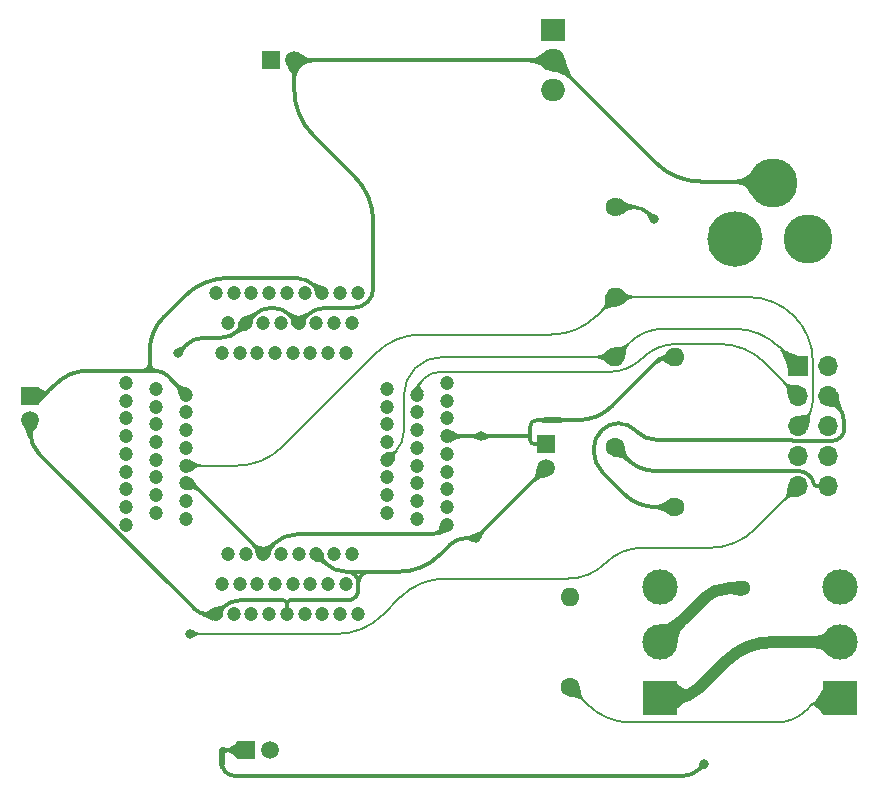
<source format=gtl>
%TF.GenerationSoftware,KiCad,Pcbnew,8.0.7*%
%TF.CreationDate,2025-02-09T12:32:43+02:00*%
%TF.ProjectId,EPM7160S Programmer,45504d37-3136-4305-9320-50726f677261,V0*%
%TF.SameCoordinates,Original*%
%TF.FileFunction,Copper,L1,Top*%
%TF.FilePolarity,Positive*%
%FSLAX46Y46*%
G04 Gerber Fmt 4.6, Leading zero omitted, Abs format (unit mm)*
G04 Created by KiCad (PCBNEW 8.0.7) date 2025-02-09 12:32:43*
%MOMM*%
%LPD*%
G01*
G04 APERTURE LIST*
%TA.AperFunction,EtchedComponent*%
%ADD10C,0.000000*%
%TD*%
%TA.AperFunction,ComponentPad*%
%ADD11R,1.500000X1.500000*%
%TD*%
%TA.AperFunction,ComponentPad*%
%ADD12C,1.500000*%
%TD*%
%TA.AperFunction,SMDPad,CuDef*%
%ADD13C,0.500000*%
%TD*%
%TA.AperFunction,ComponentPad*%
%ADD14C,1.600000*%
%TD*%
%TA.AperFunction,ComponentPad*%
%ADD15O,1.600000X1.600000*%
%TD*%
%TA.AperFunction,ComponentPad*%
%ADD16C,4.700000*%
%TD*%
%TA.AperFunction,ComponentPad*%
%ADD17C,4.150000*%
%TD*%
%TA.AperFunction,ComponentPad*%
%ADD18R,3.000000X3.000000*%
%TD*%
%TA.AperFunction,ComponentPad*%
%ADD19C,3.000000*%
%TD*%
%TA.AperFunction,ComponentPad*%
%ADD20R,2.000000X1.905000*%
%TD*%
%TA.AperFunction,ComponentPad*%
%ADD21O,2.000000X1.905000*%
%TD*%
%TA.AperFunction,ComponentPad*%
%ADD22R,1.700000X1.700000*%
%TD*%
%TA.AperFunction,ComponentPad*%
%ADD23O,1.700000X1.700000*%
%TD*%
%TA.AperFunction,ComponentPad*%
%ADD24C,1.200000*%
%TD*%
%TA.AperFunction,ViaPad*%
%ADD25C,0.800000*%
%TD*%
%TA.AperFunction,ViaPad*%
%ADD26C,1.300000*%
%TD*%
%TA.AperFunction,Conductor*%
%ADD27C,0.380000*%
%TD*%
%TA.AperFunction,Conductor*%
%ADD28C,1.000000*%
%TD*%
%TA.AperFunction,Conductor*%
%ADD29C,0.200000*%
%TD*%
G04 APERTURE END LIST*
D10*
%TA.AperFunction,EtchedComponent*%
%TO.C,NT4*%
G36*
X6510000Y-39091000D02*
G01*
X6010000Y-39091000D01*
X6010000Y-38091000D01*
X6510000Y-38091000D01*
X6510000Y-39091000D01*
G37*
%TD.AperFunction*%
%TA.AperFunction,EtchedComponent*%
%TO.C,NT5*%
G36*
X34692000Y-10393000D02*
G01*
X33692000Y-10393000D01*
X33692000Y-9893000D01*
X34692000Y-9893000D01*
X34692000Y-10393000D01*
G37*
%TD.AperFunction*%
%TD*%
D11*
%TO.P,C1,1*%
%TO.N,/VCCINT*%
X10356000Y20320000D03*
D12*
%TO.P,C1,2*%
%TO.N,/GND*%
X12356000Y20320000D03*
%TD*%
D13*
%TO.P,NT4,1,1*%
%TO.N,/5V*%
X6260000Y-39091000D03*
%TO.P,NT4,2,2*%
%TO.N,/VCCINT*%
X6260000Y-38091000D03*
%TD*%
D14*
%TO.P,R4,1*%
%TO.N,Net-(S1-P1)*%
X35724000Y-32749000D03*
D15*
%TO.P,R4,2*%
%TO.N,/INPUT{slash}OE1*%
X35724000Y-25129000D03*
%TD*%
D16*
%TO.P,J2,INNER,VCC*%
%TO.N,/12V Socket*%
X49657000Y5207000D03*
D17*
%TO.P,J2,SHL1,GND*%
%TO.N,/GND*%
X52857000Y9907000D03*
%TO.P,J2,SHL2,GND*%
X55857000Y5207000D03*
%TD*%
D18*
%TO.P,S2,1,P1*%
%TO.N,/12V*%
X43344000Y-33638000D03*
D19*
%TO.P,S2,2,CM*%
%TO.N,/12V Socket*%
X43344000Y-28939000D03*
%TO.P,S2,3,P2*%
%TO.N,unconnected-(S2-P2-Pad3)*%
X43344000Y-24240000D03*
%TD*%
D20*
%TO.P,U1,1,IN*%
%TO.N,/12V*%
X34290000Y22860000D03*
D21*
%TO.P,U1,2,GND*%
%TO.N,/GND*%
X34290000Y20320000D03*
%TO.P,U1,3,OUT*%
%TO.N,/5V*%
X34290000Y17780000D03*
%TD*%
D14*
%TO.P,R1,1*%
%TO.N,Net-(J3-Pin_4)*%
X44614000Y-17509000D03*
D15*
%TO.P,R1,2*%
%TO.N,/5V*%
X44614000Y-4809000D03*
%TD*%
D11*
%TO.P,C3,1*%
%TO.N,/VCCIO*%
X33692000Y-12191000D03*
D12*
%TO.P,C3,2*%
%TO.N,/GND*%
X33692000Y-14191000D03*
%TD*%
D22*
%TO.P,J3,1,Pin_1*%
%TO.N,/TCK*%
X55028000Y-5571000D03*
D23*
%TO.P,J3,2,Pin_2*%
%TO.N,/GND*%
X57568000Y-5571000D03*
%TO.P,J3,3,Pin_3*%
%TO.N,/TDO*%
X55028000Y-8111000D03*
%TO.P,J3,4,Pin_4*%
%TO.N,Net-(J3-Pin_4)*%
X57568000Y-8111000D03*
%TO.P,J3,5,Pin_5*%
%TO.N,/TMS*%
X55028000Y-10651000D03*
%TO.P,J3,6,Pin_6*%
%TO.N,unconnected-(J3-Pin_6-Pad6)*%
X57568000Y-10651000D03*
%TO.P,J3,7,Pin_7*%
%TO.N,unconnected-(J3-Pin_7-Pad7)*%
X55028000Y-13191000D03*
%TO.P,J3,8,Pin_8*%
%TO.N,unconnected-(J3-Pin_8-Pad8)*%
X57568000Y-13191000D03*
%TO.P,J3,9,Pin_9*%
%TO.N,/TDI*%
X55028000Y-15731000D03*
%TO.P,J3,10,Pin_10*%
%TO.N,/GND*%
X57568000Y-15731000D03*
%TD*%
D14*
%TO.P,R2,1*%
%TO.N,/GND*%
X39534000Y-12429000D03*
D15*
%TO.P,R2,2*%
%TO.N,/TCK*%
X39534000Y-4809000D03*
%TD*%
D14*
%TO.P,R3,1*%
%TO.N,/5V*%
X39534000Y7891000D03*
D15*
%TO.P,R3,2*%
%TO.N,/TMS*%
X39534000Y271000D03*
%TD*%
D24*
%TO.P,J1,1,1*%
%TO.N,/L1*%
X-1850000Y-7000000D03*
%TO.P,J1,2,2*%
%TO.N,/L2*%
X690000Y-7500000D03*
%TO.P,J1,3,3*%
%TO.N,/VCCIO*%
X3230000Y-8000000D03*
%TO.P,J1,4,4*%
%TO.N,/TDI*%
X-1850000Y-8500000D03*
%TO.P,J1,5,5*%
%TO.N,/L5*%
X690000Y-9000000D03*
%TO.P,J1,6,6*%
%TO.N,/L6*%
X3230000Y-9500000D03*
%TO.P,J1,7,7*%
%TO.N,/L7*%
X-1850000Y-10000000D03*
%TO.P,J1,8,8*%
%TO.N,/L8*%
X690000Y-10500000D03*
%TO.P,J1,9,9*%
%TO.N,/L9*%
X3230000Y-11000000D03*
%TO.P,J1,10,10*%
%TO.N,/L10*%
X-1850000Y-11500000D03*
%TO.P,J1,11,11*%
%TO.N,/GND*%
X690000Y-12000000D03*
%TO.P,J1,12,12*%
%TO.N,/L12*%
X3230000Y-12500000D03*
%TO.P,J1,13,13*%
%TO.N,/L13*%
X-1850000Y-13000000D03*
%TO.P,J1,14,14*%
%TO.N,/L14*%
X690000Y-13500000D03*
%TO.P,J1,15,15*%
%TO.N,/TMS*%
X3230000Y-14000000D03*
%TO.P,J1,16,16*%
%TO.N,/L16*%
X-1850000Y-14500000D03*
%TO.P,J1,17,17*%
%TO.N,/L17*%
X690000Y-15000000D03*
%TO.P,J1,18,18*%
%TO.N,/VCCIO*%
X3230000Y-15500000D03*
%TO.P,J1,19,19*%
%TO.N,/L19*%
X-1850000Y-16000000D03*
%TO.P,J1,20,20*%
%TO.N,/L20*%
X690000Y-16500000D03*
%TO.P,J1,21,21*%
%TO.N,/L21*%
X3230000Y-17000000D03*
%TO.P,J1,22,22*%
%TO.N,/L22*%
X-1850000Y-17500000D03*
%TO.P,J1,23,23*%
%TO.N,/L23*%
X690000Y-18000000D03*
%TO.P,J1,24,24*%
%TO.N,/L24*%
X3230000Y-18500000D03*
%TO.P,J1,25,25*%
%TO.N,/L25*%
X-1850000Y-19000000D03*
%TO.P,J1,26,26*%
%TO.N,/GND*%
X5730000Y-26580000D03*
%TO.P,J1,27,27*%
%TO.N,/L27*%
X6230000Y-24040000D03*
%TO.P,J1,28,28*%
%TO.N,/L28*%
X6730000Y-21500000D03*
%TO.P,J1,29,29*%
%TO.N,/L29*%
X7230000Y-26580000D03*
%TO.P,J1,30,30*%
%TO.N,/L30*%
X7730000Y-24040000D03*
%TO.P,J1,31,31*%
%TO.N,/L31*%
X8230000Y-21500000D03*
%TO.P,J1,32,32*%
%TO.N,/L32*%
X8730000Y-26580000D03*
%TO.P,J1,33,33*%
%TO.N,/L33*%
X9230000Y-24040000D03*
%TO.P,J1,34,34*%
%TO.N,/VCCIO*%
X9730000Y-21500000D03*
%TO.P,J1,35,35*%
%TO.N,/L35*%
X10230000Y-26580000D03*
%TO.P,J1,36,36*%
%TO.N,/L36*%
X10730000Y-24040000D03*
%TO.P,J1,37,37*%
%TO.N,/L37*%
X11230000Y-21500000D03*
%TO.P,J1,38,38*%
%TO.N,/GND*%
X11730000Y-26580000D03*
%TO.P,J1,39,39*%
%TO.N,/VCCINT*%
X12230000Y-24040000D03*
%TO.P,J1,40,40*%
%TO.N,/L40*%
X12730000Y-21500000D03*
%TO.P,J1,41,41*%
%TO.N,/L41*%
X13230000Y-26580000D03*
%TO.P,J1,42,42*%
%TO.N,/L42*%
X13730000Y-24040000D03*
%TO.P,J1,43,43*%
%TO.N,/GND*%
X14230000Y-21500000D03*
%TO.P,J1,44,44*%
%TO.N,/L44*%
X14730000Y-26580000D03*
%TO.P,J1,45,45*%
%TO.N,/L45*%
X15230000Y-24040000D03*
%TO.P,J1,46,46*%
%TO.N,/L46*%
X15730000Y-21500000D03*
%TO.P,J1,47,47*%
%TO.N,/L47*%
X16230000Y-26580000D03*
%TO.P,J1,48,48*%
%TO.N,/L48*%
X16730000Y-24040000D03*
%TO.P,J1,49,49*%
%TO.N,/L49*%
X17230000Y-21500000D03*
%TO.P,J1,50,50*%
%TO.N,/L50*%
X17730000Y-26580000D03*
%TO.P,J1,51,51*%
%TO.N,/VCCIO*%
X25310000Y-19000000D03*
%TO.P,J1,52,52*%
%TO.N,/L52*%
X22770000Y-18500000D03*
%TO.P,J1,53,53*%
%TO.N,/L53*%
X20230000Y-18000000D03*
%TO.P,J1,54,54*%
%TO.N,/L54*%
X25310000Y-17500000D03*
%TO.P,J1,55,55*%
%TO.N,/L55*%
X22770000Y-17000000D03*
%TO.P,J1,56,56*%
%TO.N,/L56*%
X20230000Y-16500000D03*
%TO.P,J1,57,57*%
%TO.N,/L57*%
X25310000Y-16000000D03*
%TO.P,J1,58,58*%
%TO.N,/L58*%
X22770000Y-15500000D03*
%TO.P,J1,59,59*%
%TO.N,/GND*%
X20230000Y-15000000D03*
%TO.P,J1,60,60*%
%TO.N,/L60*%
X25310000Y-14500000D03*
%TO.P,J1,61,61*%
%TO.N,/L61*%
X22770000Y-14000000D03*
%TO.P,J1,62,62*%
%TO.N,/TCK*%
X20230000Y-13500000D03*
%TO.P,J1,63,63*%
%TO.N,/L63*%
X25310000Y-13000000D03*
%TO.P,J1,64,64*%
%TO.N,/L64*%
X22770000Y-12500000D03*
%TO.P,J1,65,65*%
%TO.N,/L65*%
X20230000Y-12000000D03*
%TO.P,J1,66,66*%
%TO.N,/VCCIO*%
X25310000Y-11500000D03*
%TO.P,J1,67,67*%
%TO.N,/L67*%
X22770000Y-11000000D03*
%TO.P,J1,68,68*%
%TO.N,/L68*%
X20230000Y-10500000D03*
%TO.P,J1,69,69*%
%TO.N,/L69*%
X25310000Y-10000000D03*
%TO.P,J1,70,70*%
%TO.N,/L70*%
X22770000Y-9500000D03*
%TO.P,J1,71,71*%
%TO.N,/L71*%
X20230000Y-9000000D03*
%TO.P,J1,72,72*%
%TO.N,/L72*%
X25310000Y-8500000D03*
%TO.P,J1,73,73*%
%TO.N,/TDO*%
X22770000Y-8000000D03*
%TO.P,J1,74,74*%
%TO.N,/GND*%
X20230000Y-7500000D03*
%TO.P,J1,75,75*%
%TO.N,/L75*%
X25310000Y-7000000D03*
%TO.P,J1,76,76*%
%TO.N,/L76*%
X17730000Y580000D03*
%TO.P,J1,77,77*%
%TO.N,/L77*%
X17230000Y-1960000D03*
%TO.P,J1,78,78*%
%TO.N,/L78*%
X16730000Y-4500000D03*
%TO.P,J1,79,79*%
%TO.N,/L79*%
X16230000Y580000D03*
%TO.P,J1,80,80*%
%TO.N,/L80*%
X15730000Y-1960000D03*
%TO.P,J1,81,81*%
%TO.N,/L81*%
X15230000Y-4500000D03*
%TO.P,J1,82,82*%
%TO.N,/VCCIO*%
X14730000Y580000D03*
%TO.P,J1,83,83*%
%TO.N,/L83*%
X14230000Y-1960000D03*
%TO.P,J1,84,84*%
%TO.N,/L84*%
X13730000Y-4500000D03*
%TO.P,J1,85,85*%
%TO.N,/L85*%
X13230000Y580000D03*
%TO.P,J1,86,86*%
%TO.N,/GND*%
X12730000Y-1960000D03*
%TO.P,J1,87,87*%
%TO.N,/INPUT{slash}GCLK1*%
X12230000Y-4500000D03*
%TO.P,J1,88,88*%
%TO.N,/INPUT{slash}OE1*%
X11730000Y580000D03*
%TO.P,J1,89,89*%
%TO.N,/INPUT{slash}GCLRn*%
X11230000Y-1960000D03*
%TO.P,J1,90,90*%
%TO.N,/INPUT{slash}OE2{slash}GCLK2*%
X10730000Y-4500000D03*
%TO.P,J1,91,91*%
%TO.N,/VCCINT*%
X10230000Y580000D03*
%TO.P,J1,92,92*%
%TO.N,/L92*%
X9730000Y-1960000D03*
%TO.P,J1,93,93*%
%TO.N,/L93*%
X9230000Y-4500000D03*
%TO.P,J1,94,94*%
%TO.N,/L94*%
X8730000Y580000D03*
%TO.P,J1,95,95*%
%TO.N,/GND*%
X8230000Y-1960000D03*
%TO.P,J1,96,96*%
%TO.N,/L96*%
X7730000Y-4500000D03*
%TO.P,J1,97,97*%
%TO.N,/L97*%
X7230000Y580000D03*
%TO.P,J1,98,98*%
%TO.N,/L98*%
X6730000Y-1960000D03*
%TO.P,J1,99,99*%
%TO.N,/L99*%
X6230000Y-4500000D03*
%TO.P,J1,100,100*%
%TO.N,/L100*%
X5730000Y580000D03*
%TD*%
D18*
%TO.P,S1,1,P1*%
%TO.N,Net-(S1-P1)*%
X58584000Y-33638000D03*
D19*
%TO.P,S1,2,CM*%
%TO.N,/12V*%
X58584000Y-28939000D03*
%TO.P,S1,3,P2*%
%TO.N,unconnected-(S1-P2-Pad3)*%
X58584000Y-24240000D03*
%TD*%
D11*
%TO.P,C2,1*%
%TO.N,/VCCINT*%
X8292000Y-38083000D03*
D12*
%TO.P,C2,2*%
%TO.N,/GND*%
X10292000Y-38083000D03*
%TD*%
D13*
%TO.P,NT5,1,1*%
%TO.N,/5V*%
X34692000Y-10143000D03*
%TO.P,NT5,2,2*%
%TO.N,/VCCIO*%
X33692000Y-10143000D03*
%TD*%
D11*
%TO.P,C4,1*%
%TO.N,/VCCIO*%
X-9996000Y-8127000D03*
D12*
%TO.P,C4,2*%
%TO.N,/GND*%
X-9996000Y-10127000D03*
%TD*%
D25*
%TO.N,/VCCIO*%
X28194000Y-11500000D03*
%TO.N,/GND*%
X27751500Y-20131500D03*
X2539988Y-4445000D03*
%TO.N,/TDI*%
X3523800Y-28241600D03*
%TO.N,/5V*%
X47085700Y-39224700D03*
X42813900Y6887400D03*
D26*
%TO.N,/12V Socket*%
X50376500Y-24385200D03*
%TD*%
D27*
%TO.N,/5V*%
X46568550Y-39741850D02*
G75*
G02*
X45320039Y-40259016I-1248550J1248550D01*
G01*
X42312100Y7389200D02*
G75*
G03*
X41100647Y7891020I-1211500J-1211500D01*
G01*
X6260000Y-39376000D02*
G75*
G03*
X6461536Y-39862514I688000J0D01*
G01*
X44018150Y-4809000D02*
G75*
G03*
X43000947Y-5230306I-50J-1438500D01*
G01*
X39289073Y-8942226D02*
G75*
G02*
X36390150Y-10143034I-2898973J2898926D01*
G01*
X6559000Y-39960000D02*
G75*
G03*
X7280849Y-40259000I721850J721850D01*
G01*
%TO.N,/GND*%
X17788000Y-23929500D02*
G75*
G03*
X16833500Y-22975000I-954500J0D01*
G01*
X18742500Y-22975000D02*
G75*
G03*
X17788000Y-23929500I0J-954500D01*
G01*
X26924000Y-20131500D02*
G75*
G03*
X25511362Y-20716623I0J-1997800D01*
G01*
X12356000Y17837963D02*
G75*
G03*
X13949791Y13990206I5441550J-3D01*
G01*
X7622500Y-2567500D02*
G75*
G02*
X6155865Y-3174999I-1466640J1466650D01*
G01*
X24674750Y-21553250D02*
G75*
G02*
X21242341Y-22975001I-3432410J3432410D01*
G01*
X40549250Y-13444250D02*
G75*
G03*
X43000280Y-14459508I2451050J2451050D01*
G01*
X19050000Y1033119D02*
G75*
G02*
X18561425Y-146425I-1668100J-19D01*
G01*
X56142805Y-15028505D02*
G75*
G02*
X56326297Y-15471500I-443005J-442995D01*
G01*
X42965207Y11644792D02*
G75*
G03*
X46812963Y10050959I3847793J3847708D01*
G01*
X18561419Y-146419D02*
G75*
G02*
X17381880Y-634992I-1179519J1179519D01*
G01*
X12059073Y-1289073D02*
G75*
G03*
X10480000Y-634986I-1579073J-1579027D01*
G01*
X11730000Y-25707962D02*
G75*
G03*
X11639789Y-25490211I-308000J-38D01*
G01*
X11820200Y-25490200D02*
G75*
G03*
X11729984Y-25707962I217800J-217800D01*
G01*
X11639800Y-25490200D02*
G75*
G03*
X11820200Y-25490200I90200J90200D01*
G01*
X56326300Y-15471500D02*
G75*
G03*
X56585800Y-15731000I259500J0D01*
G01*
X14968548Y-22238548D02*
G75*
G03*
X16746500Y-22975001I1777952J1777948D01*
G01*
X7744386Y-25400000D02*
G75*
G03*
X6320004Y-25990004I14J-2014400D01*
G01*
X11639800Y-25490200D02*
G75*
G03*
X11422037Y-25399984I-217800J-217800D01*
G01*
X4708013Y-3175000D02*
G75*
G03*
X3174986Y-3809998I-13J-2168000D01*
G01*
X12037962Y-25400000D02*
G75*
G03*
X11820211Y-25490211I38J-308000D01*
G01*
X55950050Y-14835750D02*
G75*
G03*
X55041702Y-14459499I-908350J-908350D01*
G01*
X10480000Y-635000D02*
G75*
G03*
X8900936Y-1289083I0J-2233100D01*
G01*
X14991916Y-635000D02*
G75*
G03*
X13392495Y-1297495I-16J-2261900D01*
G01*
X17456207Y10483792D02*
G75*
G02*
X19050001Y6636036I-3847767J-3847762D01*
G01*
X17530000Y-25142000D02*
G75*
G02*
X16907132Y-25400014I-622900J622900D01*
G01*
X3834927Y-26084999D02*
G75*
G03*
X5029964Y-26579996I1195033J1195039D01*
G01*
X17788000Y-24519132D02*
G75*
G02*
X17529990Y-25141990I-880900J32D01*
G01*
X-9996000Y-11190536D02*
G75*
G03*
X-9243966Y-13006105I2567609J3D01*
G01*
X16833500Y-22975000D02*
X18742500Y-22975000D01*
%TO.N,/VCCIO*%
X3906776Y-15676776D02*
G75*
G03*
X3480000Y-15499984I-426776J-426724D01*
G01*
X32882981Y-10143000D02*
G75*
G03*
X32495505Y-10303505I19J-548000D01*
G01*
X-420300Y-5974500D02*
G75*
G03*
X121300Y-5432900I2J541598D01*
G01*
X121300Y-5432900D02*
G75*
G03*
X662900Y-5974500I541600J0D01*
G01*
X12604084Y-19816400D02*
G75*
G03*
X10571804Y-20658204I16J-2874100D01*
G01*
X32442650Y-12083350D02*
G75*
G03*
X32702540Y-12190983I259850J259850D01*
G01*
X24901800Y-19408200D02*
G75*
G02*
X23916318Y-19816407I-985500J985500D01*
G01*
X1314012Y-1408287D02*
G75*
G03*
X121298Y-4287750I2879458J-2879463D01*
G01*
X1587469Y-6357469D02*
G75*
G03*
X662900Y-5974498I-924569J-924561D01*
G01*
X-5179752Y-5974500D02*
G75*
G03*
X-7778050Y-7050750I0J-3674549D01*
G01*
X32335000Y-11823459D02*
G75*
G03*
X32442638Y-12083362I367500J-41D01*
G01*
X6881263Y1905000D02*
G75*
G03*
X3033510Y311204I7J-5441550D01*
G01*
X14067500Y1242500D02*
G75*
G03*
X12468083Y1904993I-1599400J-1599400D01*
G01*
X32097150Y-11500000D02*
G75*
G03*
X32335000Y-11262150I-50J237900D01*
G01*
X32335000Y-11737850D02*
G75*
G03*
X32097150Y-11500000I-237800J50D01*
G01*
X32495500Y-10303500D02*
G75*
G03*
X32334992Y-10690981I387500J-387500D01*
G01*
X-8450648Y-7723348D02*
G75*
G02*
X-9425150Y-8127000I-974503J974503D01*
G01*
X662900Y-5974500D02*
X-420300Y-5974500D01*
X32335000Y-11262150D02*
X32335000Y-11737850D01*
D28*
%TO.N,/12V*%
X52798663Y-28939000D02*
G75*
G03*
X48950915Y-30532801I37J-5441600D01*
G01*
X46730184Y-32753515D02*
G75*
G02*
X44594850Y-33638040I-2135384J2135315D01*
G01*
%TO.N,/12V Socket*%
X49137150Y-24385200D02*
G75*
G03*
X47021434Y-25261539I-50J-2992000D01*
G01*
D29*
%TO.N,Net-(S1-P1)*%
X55731449Y-34688849D02*
G75*
G02*
X53194473Y-35739688I-2536949J2536949D01*
G01*
X57683150Y-33638000D02*
G75*
G03*
X56145287Y-34274982I-50J-2174800D01*
G01*
X37219350Y-34244350D02*
G75*
G03*
X40829444Y-35739682I3610050J3610050D01*
G01*
D27*
%TO.N,Net-(J3-Pin_4)*%
X37719000Y-12763500D02*
G75*
G03*
X38482330Y-14606312I2606100J0D01*
G01*
X54474375Y-11851000D02*
G75*
G03*
X54377806Y-11811005I-96575J-96600D01*
G01*
X58634000Y-11597000D02*
G75*
G02*
X57924221Y-11891009I-709800J709800D01*
G01*
X41223716Y-10997716D02*
G75*
G03*
X39814500Y-10413990I-1409216J-1409184D01*
G01*
X58280290Y-8823290D02*
G75*
G02*
X58928006Y-10387000I-1563690J-1563710D01*
G01*
X40243376Y-16367376D02*
G75*
G03*
X42999500Y-17508985I2756124J2756176D01*
G01*
X58928000Y-10887221D02*
G75*
G02*
X58633994Y-11596994I-1003800J21D01*
G01*
X41338500Y-11112500D02*
G75*
G03*
X43024828Y-11810988I1686300J1686300D01*
G01*
X38353999Y-11048999D02*
G75*
G03*
X37719009Y-12582025I1533001J-1533001D01*
G01*
X39814500Y-10414000D02*
G75*
G03*
X38405290Y-10997723I0J-1992900D01*
G01*
X54474375Y-11851000D02*
G75*
G03*
X54570943Y-11890960I96525J96600D01*
G01*
D29*
%TO.N,/TCK*%
X43624227Y-2413000D02*
G75*
G03*
X40731992Y-3610992I-27J-4090200D01*
G01*
X24834572Y-4809000D02*
G75*
G03*
X22576808Y-5744208I28J-3193000D01*
G01*
X53449000Y-3992000D02*
G75*
G03*
X49636956Y-2413018I-3812000J-3812000D01*
G01*
X21641600Y-11090248D02*
G75*
G02*
X20935803Y-12794203I-2409760J-2D01*
G01*
X22576800Y-5744200D02*
G75*
G03*
X21641589Y-8001972I2257800J-2257800D01*
G01*
%TO.N,/TDI*%
X51397792Y-19361207D02*
G75*
G02*
X47550036Y-20955010I-3847792J3847807D01*
G01*
X41845245Y-20955000D02*
G75*
G03*
X38703737Y-22256237I-45J-4442700D01*
G01*
X19834192Y-26647806D02*
G75*
G02*
X15986436Y-28241603I-3847762J3847756D01*
G01*
X38703750Y-22256250D02*
G75*
G02*
X35562254Y-23557452I-3141450J3141550D01*
G01*
X25178463Y-23557500D02*
G75*
G03*
X21330706Y-25151291I-3J-5441550D01*
G01*
%TO.N,/TDO*%
X41854550Y-4881450D02*
G75*
G02*
X39002518Y-6062808I-2852050J2852050D01*
G01*
X52210892Y-5293892D02*
G75*
G03*
X48363136Y-3700089I-3847792J-3847808D01*
G01*
X24714736Y-6062800D02*
G75*
G03*
X23339589Y-6632389I-36J-1944700D01*
G01*
X44706581Y-3700100D02*
G75*
G03*
X41854556Y-4881456I19J-4033400D01*
G01*
X23052135Y-6919864D02*
G75*
G03*
X22770008Y-7601000I681165J-681136D01*
G01*
%TO.N,/TMS*%
X54667207Y-1327207D02*
G75*
G02*
X56261011Y-5174963I-3847807J-3847793D01*
G01*
X54662792Y-1322792D02*
G75*
G03*
X50815036Y271040I-3847792J-3847708D01*
G01*
X56261000Y-8546137D02*
G75*
G02*
X55644489Y-10034489I-2104900J37D01*
G01*
X23104763Y-2898200D02*
G75*
G03*
X19257006Y-4491991I-3J-5441550D01*
G01*
X11342792Y-12406207D02*
G75*
G02*
X7495036Y-14000001I-3847762J3847767D01*
G01*
X37949400Y-1313600D02*
G75*
G02*
X34123837Y-2898215I-3825600J3825600D01*
G01*
X7495036Y-14000000D02*
X3230000Y-14000000D01*
X19257007Y-4491992D02*
X11342792Y-12406207D01*
X23104763Y-2898200D02*
X34123837Y-2898200D01*
X39534000Y271000D02*
X37949400Y-1313600D01*
D27*
%TO.N,/GND*%
X18742500Y-22975000D02*
X21242341Y-22975000D01*
X25511369Y-20716630D02*
X24674750Y-21553250D01*
X26924000Y-20131500D02*
X27751500Y-20131500D01*
D29*
%TO.N,/TDI*%
X51397792Y-19361207D02*
X55028000Y-15731000D01*
X47550036Y-20955000D02*
X41845245Y-20955000D01*
X19834192Y-26647806D02*
X21330707Y-25151292D01*
X35562254Y-23557500D02*
X25178463Y-23557500D01*
X15986436Y-28241600D02*
X3523800Y-28241600D01*
D27*
%TO.N,Net-(J3-Pin_4)*%
X58280290Y-8823290D02*
X57568000Y-8111000D01*
X58928000Y-10387000D02*
X58928000Y-10887221D01*
X57924221Y-11891000D02*
X54570943Y-11891000D01*
X38353999Y-11048999D02*
X38405283Y-10997716D01*
X54377806Y-11811000D02*
X43024828Y-11811000D01*
X37719000Y-12763500D02*
X37719000Y-12582025D01*
X41223716Y-10997716D02*
X41338500Y-11112500D01*
X38482321Y-14606321D02*
X40243376Y-16367376D01*
X42999500Y-17509000D02*
X44614000Y-17509000D01*
%TO.N,/VCCIO*%
X32882981Y-10143000D02*
X33692000Y-10143000D01*
X24901800Y-19408200D02*
X25310000Y-19000000D01*
X-9425150Y-8127000D02*
X-9996000Y-8127000D01*
X-7778050Y-7050750D02*
X-8450648Y-7723348D01*
X12604084Y-19816400D02*
X23916318Y-19816400D01*
X32335000Y-11823459D02*
X32335000Y-11737850D01*
X-420300Y-5974500D02*
X-5179752Y-5974500D01*
X32702540Y-12191000D02*
X33692000Y-12191000D01*
X28194000Y-11500000D02*
X32097150Y-11500000D01*
X10571800Y-20658200D02*
X9730000Y-21500000D01*
X28194000Y-11500000D02*
X25310000Y-11500000D01*
X32335000Y-11262150D02*
X32335000Y-10690981D01*
X6881263Y1905000D02*
X12468083Y1905000D01*
X1314012Y-1408287D02*
X3033507Y311207D01*
X3906776Y-15676776D02*
X9730000Y-21500000D01*
X121300Y-5432900D02*
X121300Y-4287750D01*
X1587469Y-6357469D02*
X3230000Y-8000000D01*
X14067500Y1242500D02*
X14730000Y580000D01*
%TO.N,/GND*%
X11730000Y-25707962D02*
X11730000Y-26580000D01*
X12730000Y-1960000D02*
X12059073Y-1289073D01*
X12356000Y20320000D02*
X34290000Y20320000D01*
X14968548Y-22238548D02*
X14230000Y-21500000D01*
X19050000Y1033119D02*
X19050000Y6636036D01*
X40549250Y-13444250D02*
X39534000Y-12429000D01*
X42965207Y11644792D02*
X34290000Y20320000D01*
X12356000Y17837963D02*
X12356000Y20320000D01*
X8230000Y-1960000D02*
X7622500Y-2567500D01*
X3834927Y-26084999D02*
X-9243966Y-13006105D01*
X16833500Y-22975000D02*
X16746500Y-22975000D01*
X46812963Y10051000D02*
X52536000Y10051000D01*
X5730000Y-26580000D02*
X5029964Y-26580000D01*
X3174988Y-3810000D02*
X2539988Y-4445000D01*
X17381880Y-635000D02*
X14991916Y-635000D01*
X12037962Y-25400000D02*
X16907132Y-25400000D01*
X7744386Y-25400000D02*
X11422037Y-25400000D01*
X-9996000Y-11190536D02*
X-9996000Y-10127000D01*
X17788000Y-23929500D02*
X17788000Y-24519132D01*
X27751500Y-20131500D02*
X33692000Y-14191000D01*
X13949792Y13990207D02*
X17456207Y10483792D01*
X56585800Y-15731000D02*
X57568000Y-15731000D01*
X6155865Y-3175000D02*
X4708013Y-3175000D01*
X12730000Y-1960000D02*
X13392500Y-1297500D01*
X56142805Y-15028505D02*
X55950050Y-14835750D01*
X6320000Y-25990000D02*
X5730000Y-26580000D01*
X43000280Y-14459500D02*
X55041702Y-14459500D01*
X8230000Y-1960000D02*
X8900926Y-1289073D01*
D29*
%TO.N,/TMS*%
X55644500Y-10034500D02*
X55028000Y-10651000D01*
X50815036Y270999D02*
X39534000Y271000D01*
X56261000Y-5174963D02*
X56261000Y-8546137D01*
X54667207Y-1327207D02*
X54662792Y-1322792D01*
%TO.N,/TDO*%
X52210892Y-5293892D02*
X55028000Y-8111000D01*
X48363136Y-3700100D02*
X44706581Y-3700100D01*
X39002518Y-6062800D02*
X24714736Y-6062800D01*
X23339599Y-6632399D02*
X23052135Y-6919864D01*
%TO.N,/TCK*%
X39534000Y-4809000D02*
X40732000Y-3611000D01*
X43624227Y-2413000D02*
X49636956Y-2413000D01*
X20935800Y-12794200D02*
X20230000Y-13500000D01*
X21641600Y-11090248D02*
X21641600Y-8001972D01*
X53449000Y-3992000D02*
X55028000Y-5571000D01*
X39534000Y-4809000D02*
X24834572Y-4809000D01*
D27*
%TO.N,/VCCINT*%
X8292000Y-38083000D02*
X6268000Y-38083000D01*
%TO.N,/5V*%
X45320039Y-40259000D02*
X7280849Y-40259000D01*
X46568550Y-39741850D02*
X47085700Y-39224700D01*
X6260000Y-39376000D02*
X6260000Y-39091000D01*
X42312100Y7389200D02*
X42813900Y6887400D01*
X41100647Y7891000D02*
X39534000Y7891000D01*
X43000970Y-5230329D02*
X39289073Y-8942226D01*
X6461525Y-39862525D02*
X6559000Y-39960000D01*
X36390150Y-10143000D02*
X34692000Y-10143000D01*
D28*
%TO.N,/12V Socket*%
X47021447Y-25261552D02*
X43344000Y-28939000D01*
X50376500Y-24385200D02*
X49137150Y-24385200D01*
%TO.N,/12V*%
X48950906Y-30532792D02*
X46730184Y-32753515D01*
X52798663Y-28939000D02*
X58584000Y-28939000D01*
X44594850Y-33638000D02*
X43344000Y-33638000D01*
D29*
%TO.N,Net-(S1-P1)*%
X53194473Y-35739700D02*
X40829444Y-35739700D01*
X37219350Y-34244350D02*
X35724000Y-32749000D01*
X55731449Y-34688849D02*
X56145302Y-34274997D01*
%TD*%
%TA.AperFunction,Conductor*%
%TO.N,/5V*%
G36*
X44056241Y-4251222D02*
G01*
X44609263Y-4802881D01*
X44612700Y-4811150D01*
X44611806Y-4815648D01*
X44312737Y-5536332D01*
X44306401Y-5542660D01*
X44297447Y-5542654D01*
X44296541Y-5542232D01*
X44036496Y-5407242D01*
X44035545Y-5406691D01*
X43824844Y-5270826D01*
X43639111Y-5180286D01*
X43639113Y-5180286D01*
X43443563Y-5176033D01*
X43211840Y-5294192D01*
X43202913Y-5294897D01*
X43197059Y-5290646D01*
X42986724Y-5001130D01*
X42984634Y-4992422D01*
X42989313Y-4984787D01*
X42989620Y-4984573D01*
X43248745Y-4810803D01*
X43249427Y-4810380D01*
X43450910Y-4695224D01*
X43624855Y-4595437D01*
X43810722Y-4461404D01*
X44040067Y-4250885D01*
X44048478Y-4247816D01*
X44056241Y-4251222D01*
G37*
%TD.AperFunction*%
%TD*%
%TA.AperFunction,Conductor*%
%TO.N,/VCCIO*%
G36*
X3662354Y-15084191D02*
G01*
X3662480Y-15084320D01*
X3839374Y-15269138D01*
X3839781Y-15269585D01*
X3963878Y-15413433D01*
X3964089Y-15413685D01*
X4068056Y-15541256D01*
X4192445Y-15685442D01*
X4192457Y-15685454D01*
X4192468Y-15685467D01*
X4369859Y-15870803D01*
X4373104Y-15879149D01*
X4369680Y-15887166D01*
X4116192Y-16140654D01*
X4107919Y-16144081D01*
X4100972Y-16141795D01*
X3940387Y-16023283D01*
X3940385Y-16023282D01*
X3791949Y-15996494D01*
X3639954Y-16027173D01*
X3461438Y-16074855D01*
X3459676Y-16075183D01*
X3242941Y-16098601D01*
X3234347Y-16096083D01*
X3230052Y-16088226D01*
X3229984Y-16086995D01*
X3229298Y-15504156D01*
X3232714Y-15495883D01*
X3645809Y-15084162D01*
X3654087Y-15080750D01*
X3662354Y-15084191D01*
G37*
%TD.AperFunction*%
%TD*%
%TA.AperFunction,Conductor*%
%TO.N,/VCCIO*%
G36*
X24767521Y-18775283D02*
G01*
X25306454Y-18997834D01*
X25312793Y-19004159D01*
X25312805Y-19004189D01*
X25535084Y-19543351D01*
X25535069Y-19552305D01*
X25528726Y-19558627D01*
X25528568Y-19558691D01*
X25271836Y-19660163D01*
X25271323Y-19660352D01*
X25078283Y-19726404D01*
X25077770Y-19726566D01*
X24908080Y-19776044D01*
X24907996Y-19776068D01*
X24710737Y-19831994D01*
X24446137Y-19913969D01*
X24437221Y-19913144D01*
X24431549Y-19906410D01*
X24320815Y-19565617D01*
X24321517Y-19556691D01*
X24326770Y-19551509D01*
X24510953Y-19460802D01*
X24607060Y-19339077D01*
X24650332Y-19186384D01*
X24684969Y-18998970D01*
X24685298Y-18997637D01*
X24751880Y-18782634D01*
X24757599Y-18775747D01*
X24766516Y-18774921D01*
X24767521Y-18775283D01*
G37*
%TD.AperFunction*%
%TD*%
%TA.AperFunction,Conductor*%
%TO.N,/VCCIO*%
G36*
X-9237784Y-7383948D02*
G01*
X-9131395Y-7473927D01*
X-9016790Y-7551564D01*
X-8961283Y-7579822D01*
X-8902196Y-7609906D01*
X-8902190Y-7609908D01*
X-8902185Y-7609911D01*
X-8787580Y-7648968D01*
X-8677658Y-7667927D01*
X-8670182Y-7672579D01*
X-8457488Y-7965329D01*
X-8455399Y-7974034D01*
X-8460078Y-7981670D01*
X-8461410Y-7982507D01*
X-8608895Y-8061887D01*
X-8768171Y-8180609D01*
X-8927447Y-8332326D01*
X-9086723Y-8517038D01*
X-9086729Y-8517047D01*
X-9086733Y-8517051D01*
X-9238748Y-8724835D01*
X-9246399Y-8729489D01*
X-9255099Y-8727370D01*
X-9255548Y-8727025D01*
X-9986696Y-8135764D01*
X-9990974Y-8127897D01*
X-9988437Y-8119309D01*
X-9987611Y-8118392D01*
X-9253610Y-7384608D01*
X-9245336Y-7381182D01*
X-9237784Y-7383948D01*
G37*
%TD.AperFunction*%
%TD*%
%TA.AperFunction,Conductor*%
%TO.N,/12V*%
G36*
X44851280Y-32483848D02*
G01*
X44994192Y-32620394D01*
X45061996Y-32673291D01*
X45144388Y-32737568D01*
X45144391Y-32737570D01*
X45144394Y-32737572D01*
X45144397Y-32737574D01*
X45294579Y-32828411D01*
X45345041Y-32850086D01*
X45444776Y-32892927D01*
X45589681Y-32929768D01*
X45596855Y-32935127D01*
X45597338Y-32936029D01*
X45930423Y-33627663D01*
X46022921Y-33819729D01*
X46023423Y-33828670D01*
X46017457Y-33835347D01*
X46015743Y-33836012D01*
X45791894Y-33903195D01*
X45791880Y-33903200D01*
X45554921Y-34004316D01*
X45317953Y-34135437D01*
X45317920Y-34135457D01*
X45080984Y-34296554D01*
X45080971Y-34296564D01*
X44850188Y-34482695D01*
X44841597Y-34485221D01*
X44837081Y-34483771D01*
X43989735Y-34004318D01*
X43358414Y-33647098D01*
X43352902Y-33640042D01*
X43353994Y-33631154D01*
X43357014Y-33627664D01*
X44836038Y-32483053D01*
X44844676Y-32480701D01*
X44851280Y-32483848D01*
G37*
%TD.AperFunction*%
%TD*%
%TA.AperFunction,Conductor*%
%TO.N,Net-(S1-P1)*%
G36*
X57093584Y-32975142D02*
G01*
X58439601Y-33572863D01*
X58568490Y-33630098D01*
X58574661Y-33636587D01*
X58574435Y-33645539D01*
X58571696Y-33649372D01*
X57093547Y-35019498D01*
X57085150Y-35022609D01*
X57077012Y-35018871D01*
X57076215Y-35017913D01*
X56923565Y-34813310D01*
X56923551Y-34813293D01*
X56885069Y-34769599D01*
X56763115Y-34631127D01*
X56763110Y-34631123D01*
X56763108Y-34631120D01*
X56602683Y-34481836D01*
X56602676Y-34481831D01*
X56602673Y-34481828D01*
X56442231Y-34365403D01*
X56442230Y-34365402D01*
X56442224Y-34365398D01*
X56283465Y-34282725D01*
X56280475Y-34280499D01*
X56151652Y-34147830D01*
X56148347Y-34139507D01*
X56151895Y-34131285D01*
X56152947Y-34130378D01*
X56330771Y-33994861D01*
X56519078Y-33806360D01*
X56707385Y-33572863D01*
X56895692Y-33294372D01*
X57078724Y-32979948D01*
X57085848Y-32974523D01*
X57093584Y-32975142D01*
G37*
%TD.AperFunction*%
%TD*%
%TA.AperFunction,Conductor*%
%TO.N,/TDO*%
G36*
X23025178Y-6821953D02*
G01*
X23025400Y-6822170D01*
X23151431Y-6948200D01*
X23154858Y-6956473D01*
X23152788Y-6963117D01*
X23047346Y-7115944D01*
X23047345Y-7115946D01*
X23043827Y-7258463D01*
X23043827Y-7258465D01*
X23112396Y-7402080D01*
X23112402Y-7402091D01*
X23217410Y-7565814D01*
X23217932Y-7566714D01*
X23318411Y-7759063D01*
X23319204Y-7767982D01*
X23313458Y-7774850D01*
X23312525Y-7775287D01*
X22776530Y-7997703D01*
X22767575Y-7997708D01*
X22763759Y-7995155D01*
X22353765Y-7583792D01*
X22350352Y-7575513D01*
X22353561Y-7567483D01*
X22518937Y-7393081D01*
X22633687Y-7255789D01*
X22728884Y-7133705D01*
X22729047Y-7133504D01*
X22843469Y-6996606D01*
X22843936Y-6996080D01*
X23008637Y-6822391D01*
X23016816Y-6818747D01*
X23025178Y-6821953D01*
G37*
%TD.AperFunction*%
%TD*%
%TA.AperFunction,Conductor*%
%TO.N,/TMS*%
G36*
X3469988Y-13451183D02*
G01*
X3470935Y-13451627D01*
X3698311Y-13571201D01*
X3699932Y-13572232D01*
X3860708Y-13694158D01*
X3860709Y-13694158D01*
X3860716Y-13694163D01*
X3999531Y-13799121D01*
X3999532Y-13799121D01*
X3999533Y-13799122D01*
X4170868Y-13872430D01*
X4170869Y-13872430D01*
X4170871Y-13872431D01*
X4419540Y-13898887D01*
X4427402Y-13903168D01*
X4430000Y-13910520D01*
X4430000Y-14089479D01*
X4426573Y-14097752D01*
X4419538Y-14101113D01*
X4170873Y-14127567D01*
X4170868Y-14127568D01*
X3999530Y-14200876D01*
X3860709Y-14305841D01*
X3860708Y-14305840D01*
X3699932Y-14427766D01*
X3698308Y-14428799D01*
X3470940Y-14548369D01*
X3462022Y-14549187D01*
X3455139Y-14543460D01*
X3454697Y-14542520D01*
X3230868Y-14004492D01*
X3230855Y-13995541D01*
X3454693Y-13457489D01*
X3461033Y-13451169D01*
X3469988Y-13451183D01*
G37*
%TD.AperFunction*%
%TD*%
%TA.AperFunction,Conductor*%
%TO.N,/TMS*%
G36*
X38806836Y572217D02*
G01*
X39530212Y273562D01*
X39536551Y267237D01*
X39536562Y267212D01*
X39835217Y-456163D01*
X39835206Y-465118D01*
X39828867Y-471443D01*
X39827777Y-471831D01*
X39492018Y-572995D01*
X39489926Y-573421D01*
X39218042Y-603410D01*
X39217938Y-603421D01*
X38982886Y-627223D01*
X38982883Y-627224D01*
X38747413Y-713518D01*
X38481511Y-924595D01*
X38472901Y-927054D01*
X38465964Y-923704D01*
X38339295Y-797035D01*
X38335868Y-788762D01*
X38338403Y-781490D01*
X38549480Y-515586D01*
X38635773Y-280119D01*
X38659582Y-45008D01*
X38689576Y226927D01*
X38690002Y229019D01*
X38703423Y273562D01*
X38791169Y564778D01*
X38796836Y571710D01*
X38805746Y572605D01*
X38806836Y572217D01*
G37*
%TD.AperFunction*%
%TD*%
%TA.AperFunction,Conductor*%
%TO.N,/GND*%
G36*
X27602928Y-19772750D02*
G01*
X27603022Y-19772970D01*
X27750623Y-20126998D01*
X27750644Y-20135952D01*
X27750623Y-20136002D01*
X27603022Y-20490029D01*
X27596675Y-20496347D01*
X27587721Y-20496326D01*
X27587501Y-20496232D01*
X27444303Y-20433058D01*
X27444160Y-20432993D01*
X27333421Y-20382358D01*
X27333408Y-20382353D01*
X27234912Y-20347702D01*
X27117918Y-20327840D01*
X26962754Y-20321928D01*
X26954618Y-20318188D01*
X26951500Y-20310236D01*
X26951500Y-19952763D01*
X26954927Y-19944490D01*
X26962753Y-19941071D01*
X27117912Y-19935158D01*
X27117918Y-19935157D01*
X27234912Y-19915295D01*
X27234913Y-19915294D01*
X27234916Y-19915294D01*
X27333407Y-19880645D01*
X27333415Y-19880641D01*
X27333421Y-19880639D01*
X27368415Y-19864637D01*
X27444279Y-19829950D01*
X27587503Y-19766766D01*
X27596453Y-19766563D01*
X27602928Y-19772750D01*
G37*
%TD.AperFunction*%
%TD*%
%TA.AperFunction,Conductor*%
%TO.N,/TDI*%
G36*
X54254654Y-15410654D02*
G01*
X55024215Y-15728438D01*
X55030552Y-15734761D01*
X55271963Y-16319375D01*
X55348342Y-16504337D01*
X55348333Y-16513292D01*
X55341994Y-16519617D01*
X55340887Y-16520011D01*
X54982491Y-16627410D01*
X54980361Y-16627837D01*
X54690518Y-16658446D01*
X54690393Y-16658459D01*
X54439621Y-16682230D01*
X54188545Y-16772763D01*
X53904797Y-16997327D01*
X53896183Y-16999774D01*
X53889263Y-16996426D01*
X53762573Y-16869735D01*
X53759146Y-16861462D01*
X53761671Y-16854203D01*
X53986234Y-16570454D01*
X54076769Y-16319373D01*
X54100540Y-16068586D01*
X54131160Y-15778634D01*
X54131587Y-15776506D01*
X54144090Y-15734785D01*
X54238988Y-15418109D01*
X54244645Y-15411171D01*
X54253554Y-15410263D01*
X54254654Y-15410654D01*
G37*
%TD.AperFunction*%
%TD*%
%TA.AperFunction,Conductor*%
%TO.N,/TDI*%
G36*
X3687338Y-27877350D02*
G01*
X3688097Y-27877699D01*
X3834170Y-27951242D01*
X3835435Y-27951982D01*
X3908060Y-28000948D01*
X3943532Y-28024864D01*
X4023614Y-28076162D01*
X4037938Y-28085338D01*
X4153038Y-28126440D01*
X4313135Y-28140653D01*
X4321072Y-28144798D01*
X4323800Y-28152307D01*
X4323800Y-28330892D01*
X4320373Y-28339165D01*
X4313135Y-28342546D01*
X4153040Y-28356758D01*
X4037935Y-28397862D01*
X3943532Y-28458334D01*
X3835442Y-28531211D01*
X3834162Y-28531960D01*
X3688097Y-28605500D01*
X3679167Y-28606160D01*
X3672386Y-28600311D01*
X3672037Y-28599552D01*
X3587948Y-28397861D01*
X3524675Y-28246099D01*
X3524655Y-28237150D01*
X3672037Y-27883646D01*
X3678384Y-27877329D01*
X3687338Y-27877350D01*
G37*
%TD.AperFunction*%
%TD*%
%TA.AperFunction,Conductor*%
%TO.N,Net-(J3-Pin_4)*%
G36*
X58350729Y-7790487D02*
G01*
X58357054Y-7796826D01*
X58357315Y-7797521D01*
X58467335Y-8120779D01*
X58467745Y-8122324D01*
X58516243Y-8372670D01*
X58516323Y-8373132D01*
X58549816Y-8592808D01*
X58549821Y-8592830D01*
X58618615Y-8834286D01*
X58768314Y-9140468D01*
X58768869Y-9149406D01*
X58763653Y-9155739D01*
X58452671Y-9335287D01*
X58443793Y-9336456D01*
X58437734Y-9332525D01*
X58252932Y-9104677D01*
X58252929Y-9104675D01*
X58053229Y-9014999D01*
X57828944Y-8998727D01*
X57565306Y-8983404D01*
X57562927Y-8983017D01*
X57255550Y-8899772D01*
X57248460Y-8894302D01*
X57247315Y-8885421D01*
X57247791Y-8884020D01*
X57565644Y-8114625D01*
X57571970Y-8108289D01*
X57571980Y-8108284D01*
X58341775Y-7790476D01*
X58350729Y-7790487D01*
G37*
%TD.AperFunction*%
%TD*%
%TA.AperFunction,Conductor*%
%TO.N,Net-(J3-Pin_4)*%
G36*
X44312326Y-16780745D02*
G01*
X44312694Y-16781545D01*
X44613134Y-17504510D01*
X44613144Y-17513463D01*
X44613135Y-17513485D01*
X44613134Y-17513490D01*
X44312694Y-18236454D01*
X44306355Y-18242779D01*
X44297400Y-18242768D01*
X44296600Y-18242400D01*
X43992126Y-18088073D01*
X43990793Y-18087282D01*
X43930612Y-18045956D01*
X43774326Y-17938636D01*
X43586041Y-17814829D01*
X43586031Y-17814824D01*
X43356099Y-17730289D01*
X43356095Y-17730288D01*
X43356093Y-17730287D01*
X43356085Y-17730286D01*
X43024634Y-17699972D01*
X43016708Y-17695806D01*
X43014000Y-17688321D01*
X43014000Y-17329678D01*
X43017427Y-17321405D01*
X43024632Y-17318027D01*
X43161887Y-17305473D01*
X43356090Y-17287712D01*
X43356093Y-17287711D01*
X43356095Y-17287711D01*
X43356098Y-17287710D01*
X43586031Y-17203174D01*
X43586033Y-17203172D01*
X43586041Y-17203170D01*
X43774326Y-17079362D01*
X43990802Y-16930709D01*
X43992117Y-16929929D01*
X44296601Y-16775598D01*
X44305529Y-16774915D01*
X44312326Y-16780745D01*
G37*
%TD.AperFunction*%
%TD*%
%TA.AperFunction,Conductor*%
%TO.N,/VCCIO*%
G36*
X33688198Y-9896621D02*
G01*
X33692034Y-9904712D01*
X33692049Y-9905251D01*
X33693000Y-10143000D01*
X33693000Y-10143094D01*
X33692049Y-10380748D01*
X33688589Y-10389007D01*
X33680302Y-10392401D01*
X33679763Y-10392386D01*
X33568172Y-10386794D01*
X33566802Y-10386644D01*
X33480111Y-10371942D01*
X33479388Y-10371796D01*
X33404262Y-10354121D01*
X33404252Y-10354119D01*
X33316528Y-10339241D01*
X33316505Y-10339239D01*
X33203114Y-10333556D01*
X33195023Y-10329720D01*
X33192000Y-10321871D01*
X33192000Y-9964128D01*
X33195427Y-9955855D01*
X33203113Y-9952443D01*
X33316516Y-9946760D01*
X33404257Y-9931880D01*
X33479395Y-9914201D01*
X33480103Y-9914058D01*
X33566810Y-9899354D01*
X33568164Y-9899205D01*
X33679763Y-9893613D01*
X33688198Y-9896621D01*
G37*
%TD.AperFunction*%
%TD*%
%TA.AperFunction,Conductor*%
%TO.N,/VCCIO*%
G36*
X28357778Y-11135173D02*
G01*
X28357954Y-11135248D01*
X28501219Y-11198450D01*
X28537212Y-11214907D01*
X28612076Y-11249139D01*
X28612087Y-11249143D01*
X28612091Y-11249145D01*
X28710582Y-11283794D01*
X28710585Y-11283795D01*
X28827580Y-11303657D01*
X28827581Y-11303657D01*
X28827587Y-11303658D01*
X28982746Y-11309571D01*
X28990882Y-11313311D01*
X28994000Y-11321263D01*
X28994000Y-11678736D01*
X28990573Y-11687009D01*
X28982746Y-11690428D01*
X28827580Y-11696340D01*
X28710585Y-11716202D01*
X28612089Y-11750853D01*
X28612076Y-11750858D01*
X28501337Y-11801493D01*
X28501195Y-11801558D01*
X28357999Y-11864732D01*
X28349046Y-11864936D01*
X28342571Y-11858750D01*
X28342477Y-11858529D01*
X28318725Y-11801558D01*
X28194875Y-11504499D01*
X28194855Y-11495550D01*
X28342478Y-11141468D01*
X28348824Y-11135152D01*
X28357778Y-11135173D01*
G37*
%TD.AperFunction*%
%TD*%
%TA.AperFunction,Conductor*%
%TO.N,/VCCIO*%
G36*
X10446815Y-20529899D02*
G01*
X10696834Y-20786551D01*
X10700152Y-20794868D01*
X10697250Y-20802428D01*
X10538522Y-20983459D01*
X10538516Y-20983469D01*
X10454387Y-21141653D01*
X10454383Y-21141663D01*
X10411179Y-21298795D01*
X10368230Y-21484218D01*
X10367902Y-21485366D01*
X10288356Y-21717837D01*
X10282435Y-21724555D01*
X10273498Y-21725119D01*
X10272825Y-21724865D01*
X9733783Y-21502552D01*
X9727442Y-21496231D01*
X9515977Y-20983467D01*
X9505109Y-20957114D01*
X9505123Y-20948159D01*
X9511464Y-20941837D01*
X9512048Y-20941614D01*
X9744798Y-20860620D01*
X9745836Y-20860312D01*
X9930156Y-20814931D01*
X9930170Y-20814927D01*
X10086410Y-20769682D01*
X10086413Y-20769680D01*
X10086419Y-20769679D01*
X10245606Y-20685223D01*
X10430897Y-20529114D01*
X10439430Y-20526406D01*
X10446815Y-20529899D01*
G37*
%TD.AperFunction*%
%TD*%
%TA.AperFunction,Conductor*%
%TO.N,/VCCIO*%
G36*
X25550145Y-10950806D02*
G01*
X25550759Y-10951082D01*
X25774140Y-11059477D01*
X25775114Y-11060008D01*
X25938774Y-11159594D01*
X26082430Y-11238875D01*
X26256032Y-11291149D01*
X26499167Y-11309195D01*
X26507163Y-11313225D01*
X26510000Y-11320863D01*
X26510000Y-11679136D01*
X26506573Y-11687409D01*
X26499166Y-11690804D01*
X26256034Y-11708849D01*
X26082432Y-11761123D01*
X25938769Y-11840407D01*
X25775114Y-11939989D01*
X25774140Y-11940520D01*
X25550759Y-12048917D01*
X25541820Y-12049446D01*
X25535125Y-12043499D01*
X25534855Y-12042900D01*
X25310868Y-11504492D01*
X25310855Y-11495541D01*
X25534850Y-10957112D01*
X25541190Y-10950792D01*
X25550145Y-10950806D01*
G37*
%TD.AperFunction*%
%TD*%
%TA.AperFunction,Conductor*%
%TO.N,/VCCIO*%
G36*
X28045428Y-11141250D02*
G01*
X28045522Y-11141470D01*
X28193123Y-11495498D01*
X28193144Y-11504452D01*
X28193123Y-11504502D01*
X28045522Y-11858529D01*
X28039175Y-11864847D01*
X28030221Y-11864826D01*
X28030001Y-11864732D01*
X27886803Y-11801558D01*
X27886660Y-11801493D01*
X27775921Y-11750858D01*
X27775908Y-11750853D01*
X27677412Y-11716202D01*
X27560418Y-11696340D01*
X27405254Y-11690428D01*
X27397118Y-11686688D01*
X27394000Y-11678736D01*
X27394000Y-11321263D01*
X27397427Y-11312990D01*
X27405253Y-11309571D01*
X27560412Y-11303658D01*
X27560418Y-11303657D01*
X27677412Y-11283795D01*
X27677413Y-11283794D01*
X27677416Y-11283794D01*
X27775907Y-11249145D01*
X27775915Y-11249141D01*
X27775921Y-11249139D01*
X27810915Y-11233137D01*
X27886779Y-11198450D01*
X28030003Y-11135266D01*
X28038953Y-11135063D01*
X28045428Y-11141250D01*
G37*
%TD.AperFunction*%
%TD*%
%TA.AperFunction,Conductor*%
%TO.N,/VCCIO*%
G36*
X9024050Y-20524212D02*
G01*
X9208733Y-20683373D01*
X9208741Y-20683379D01*
X9368448Y-20769165D01*
X9368450Y-20769165D01*
X9368451Y-20769166D01*
X9526091Y-20814685D01*
X9712237Y-20859993D01*
X9713290Y-20860303D01*
X9947899Y-20941613D01*
X9954594Y-20947560D01*
X9955123Y-20956499D01*
X9954884Y-20957129D01*
X9732562Y-21496207D01*
X9726240Y-21502548D01*
X9726207Y-21502562D01*
X9187129Y-21724884D01*
X9178174Y-21724870D01*
X9171852Y-21718529D01*
X9171613Y-21717899D01*
X9090303Y-21483290D01*
X9089992Y-21482231D01*
X9044685Y-21296091D01*
X8999166Y-21138451D01*
X8999165Y-21138450D01*
X8999165Y-21138448D01*
X8913379Y-20978741D01*
X8913373Y-20978733D01*
X8754212Y-20794050D01*
X8751408Y-20785548D01*
X8754802Y-20778142D01*
X9008142Y-20524802D01*
X9016414Y-20521376D01*
X9024050Y-20524212D01*
G37*
%TD.AperFunction*%
%TD*%
%TA.AperFunction,Conductor*%
%TO.N,/VCCIO*%
G36*
X2524050Y-7024212D02*
G01*
X2708733Y-7183373D01*
X2708741Y-7183379D01*
X2868448Y-7269165D01*
X2868450Y-7269165D01*
X2868451Y-7269166D01*
X3026091Y-7314685D01*
X3212237Y-7359993D01*
X3213290Y-7360303D01*
X3447899Y-7441613D01*
X3454594Y-7447560D01*
X3455123Y-7456499D01*
X3454884Y-7457129D01*
X3232562Y-7996207D01*
X3226240Y-8002548D01*
X3226207Y-8002562D01*
X2687129Y-8224884D01*
X2678174Y-8224870D01*
X2671852Y-8218529D01*
X2671613Y-8217899D01*
X2590303Y-7983290D01*
X2589992Y-7982231D01*
X2544685Y-7796091D01*
X2499166Y-7638451D01*
X2499165Y-7638450D01*
X2499165Y-7638448D01*
X2413379Y-7478741D01*
X2413373Y-7478733D01*
X2254212Y-7294050D01*
X2251408Y-7285548D01*
X2254802Y-7278142D01*
X2508142Y-7024802D01*
X2516414Y-7021376D01*
X2524050Y-7024212D01*
G37*
%TD.AperFunction*%
%TD*%
%TA.AperFunction,Conductor*%
%TO.N,/VCCIO*%
G36*
X14086068Y1490314D02*
G01*
X14271754Y1364830D01*
X14424205Y1296125D01*
X14567530Y1257029D01*
X14734391Y1214345D01*
X14735410Y1214034D01*
X14948025Y1138446D01*
X14954672Y1132446D01*
X14955130Y1123503D01*
X14954923Y1122962D01*
X14732648Y583891D01*
X14726326Y577549D01*
X14187634Y355325D01*
X14178681Y355338D01*
X14172358Y361679D01*
X14171971Y362768D01*
X14109534Y571632D01*
X14109129Y573588D01*
X14108655Y577549D01*
X14100755Y643609D01*
X14088134Y749145D01*
X14084023Y778614D01*
X14067218Y899104D01*
X14001412Y1041391D01*
X13852970Y1187754D01*
X13849486Y1196002D01*
X13851903Y1203204D01*
X14070236Y1487742D01*
X14077990Y1492220D01*
X14086068Y1490314D01*
G37*
%TD.AperFunction*%
%TD*%
%TA.AperFunction,Conductor*%
%TO.N,/GND*%
G36*
X12079002Y-1042594D02*
G01*
X12266419Y-1169706D01*
X12419977Y-1239970D01*
X12564234Y-1280507D01*
X12696132Y-1315020D01*
X12732391Y-1324508D01*
X12733367Y-1324810D01*
X12948052Y-1401541D01*
X12954689Y-1407552D01*
X12955131Y-1416496D01*
X12954931Y-1417018D01*
X12732648Y-1956108D01*
X12726326Y-1962450D01*
X12726293Y-1962464D01*
X12187615Y-2184682D01*
X12178660Y-2184669D01*
X12172337Y-2178328D01*
X12171949Y-2177237D01*
X12108471Y-1966250D01*
X12108065Y-1964331D01*
X12107037Y-1956108D01*
X12085931Y-1787298D01*
X12063704Y-1636269D01*
X11996306Y-1492899D01*
X11845921Y-1345127D01*
X11842422Y-1336886D01*
X11844839Y-1329662D01*
X12063155Y-1045152D01*
X12070908Y-1040677D01*
X12079002Y-1042594D01*
G37*
%TD.AperFunction*%
%TD*%
%TA.AperFunction,Conductor*%
%TO.N,/GND*%
G36*
X33720212Y21102515D02*
G01*
X33720402Y21102263D01*
X34285970Y20326895D01*
X34288076Y20318191D01*
X34285970Y20313105D01*
X33720402Y19537736D01*
X33712758Y19533072D01*
X33704054Y19535178D01*
X33703802Y19535368D01*
X33441815Y19737519D01*
X33170312Y19902464D01*
X32898808Y20022860D01*
X32627305Y20098705D01*
X32366160Y20128806D01*
X32358336Y20133157D01*
X32355802Y20140428D01*
X32355802Y20499571D01*
X32359229Y20507844D01*
X32366162Y20511194D01*
X32627306Y20541294D01*
X32898812Y20617140D01*
X33170317Y20737537D01*
X33441818Y20902482D01*
X33441821Y20902484D01*
X33703802Y21104631D01*
X33712445Y21106972D01*
X33720212Y21102515D01*
G37*
%TD.AperFunction*%
%TD*%
%TA.AperFunction,Conductor*%
%TO.N,/GND*%
G36*
X12653482Y21007614D02*
G01*
X12654245Y21007264D01*
X12938405Y20864454D01*
X12939669Y20863716D01*
X13142940Y20727340D01*
X13320089Y20614663D01*
X13320090Y20614662D01*
X13535962Y20538182D01*
X13845326Y20510939D01*
X13853267Y20506800D01*
X13856000Y20499284D01*
X13856000Y20140715D01*
X13852573Y20132442D01*
X13845326Y20129060D01*
X13535963Y20101817D01*
X13320090Y20025336D01*
X13275801Y19997165D01*
X13142940Y19912658D01*
X12939669Y19776282D01*
X12938408Y19775546D01*
X12750921Y19681321D01*
X12654245Y19632735D01*
X12645314Y19632082D01*
X12638537Y19637935D01*
X12638198Y19638673D01*
X12356865Y20315510D01*
X12356855Y20324464D01*
X12638188Y21001302D01*
X12644527Y21007625D01*
X12653482Y21007614D01*
G37*
%TD.AperFunction*%
%TD*%
%TA.AperFunction,Conductor*%
%TO.N,/GND*%
G36*
X14781498Y-21275263D02*
G01*
X14787820Y-21281605D01*
X14788162Y-21282547D01*
X14851744Y-21484161D01*
X14852152Y-21485915D01*
X14877432Y-21651541D01*
X14900661Y-21793883D01*
X14900663Y-21793889D01*
X14961806Y-21936139D01*
X14961808Y-21936141D01*
X15094176Y-22094189D01*
X15096861Y-22102732D01*
X15093597Y-22109855D01*
X14843551Y-22367186D01*
X14835328Y-22370731D01*
X14827842Y-22368161D01*
X14665663Y-22238159D01*
X14522378Y-22176591D01*
X14380728Y-22151297D01*
X14216103Y-22123624D01*
X14214459Y-22123223D01*
X14012453Y-22058210D01*
X14005627Y-22052414D01*
X14004900Y-22043489D01*
X14005215Y-22042627D01*
X14227428Y-21503801D01*
X14233749Y-21497462D01*
X14772544Y-21275250D01*
X14781498Y-21275263D01*
G37*
%TD.AperFunction*%
%TD*%
%TA.AperFunction,Conductor*%
%TO.N,/GND*%
G36*
X40270123Y-12127791D02*
G01*
X40276448Y-12134130D01*
X40276834Y-12135216D01*
X40364412Y-12425509D01*
X40364837Y-12427576D01*
X40391543Y-12664200D01*
X40391550Y-12664265D01*
X40413450Y-12868586D01*
X40413452Y-12868593D01*
X40490320Y-13072398D01*
X40490322Y-13072402D01*
X40568081Y-13168104D01*
X40675455Y-13300257D01*
X40678012Y-13308839D01*
X40674743Y-13315812D01*
X40423797Y-13572645D01*
X40415564Y-13576167D01*
X40408211Y-13573677D01*
X40175876Y-13391600D01*
X40175874Y-13391599D01*
X40046268Y-13342825D01*
X39971081Y-13314530D01*
X39971079Y-13314529D01*
X39767789Y-13290536D01*
X39767753Y-13290516D01*
X39767719Y-13290528D01*
X39532440Y-13261313D01*
X39530452Y-13260888D01*
X39240143Y-13171872D01*
X39233238Y-13166170D01*
X39232387Y-13157256D01*
X39232751Y-13156238D01*
X39531430Y-12432794D01*
X39537754Y-12426457D01*
X39537758Y-12426455D01*
X40261170Y-12127780D01*
X40270123Y-12127791D01*
G37*
%TD.AperFunction*%
%TD*%
%TA.AperFunction,Conductor*%
%TO.N,/GND*%
G36*
X35269868Y20501991D02*
G01*
X35274552Y20495427D01*
X35373791Y20134043D01*
X35475893Y19807204D01*
X35577997Y19525328D01*
X35680095Y19288434D01*
X35680102Y19288420D01*
X35778130Y19104149D01*
X35778990Y19095236D01*
X35776074Y19090381D01*
X35520423Y18834730D01*
X35512150Y18831303D01*
X35505459Y18833405D01*
X35222131Y19030902D01*
X34930767Y19188252D01*
X34639404Y19299852D01*
X34348040Y19365702D01*
X34070590Y19384842D01*
X34062575Y19388829D01*
X34059726Y19397318D01*
X34060044Y19399338D01*
X34091392Y19525328D01*
X34287480Y20313424D01*
X34292803Y20320624D01*
X34296667Y20322096D01*
X35261103Y20503827D01*
X35269868Y20501991D01*
G37*
%TD.AperFunction*%
%TD*%
%TA.AperFunction,Conductor*%
%TO.N,/GND*%
G36*
X12360491Y20319133D02*
G01*
X13037301Y20037812D01*
X13043625Y20031472D01*
X13043614Y20022517D01*
X13043264Y20021754D01*
X12900454Y19737592D01*
X12899716Y19736328D01*
X12763340Y19533057D01*
X12650663Y19355908D01*
X12650662Y19355907D01*
X12574182Y19140035D01*
X12546940Y18830674D01*
X12542801Y18822733D01*
X12535285Y18820000D01*
X12176715Y18820000D01*
X12168442Y18823427D01*
X12165060Y18830674D01*
X12137817Y19140035D01*
X12061336Y19355908D01*
X11948655Y19533061D01*
X11812271Y19736345D01*
X11811549Y19737581D01*
X11668734Y20021754D01*
X11668082Y20030685D01*
X11673935Y20037462D01*
X11674698Y20037812D01*
X12351509Y20319133D01*
X12360464Y20319144D01*
X12360491Y20319133D01*
G37*
%TD.AperFunction*%
%TD*%
%TA.AperFunction,Conductor*%
%TO.N,/GND*%
G36*
X7687853Y-1735415D02*
G01*
X8226294Y-1957536D01*
X8232634Y-1963858D01*
X8232648Y-1963891D01*
X8454845Y-2502772D01*
X8454830Y-2511727D01*
X8448488Y-2518049D01*
X8447764Y-2518319D01*
X8253736Y-2583705D01*
X8252287Y-2584092D01*
X8096992Y-2615046D01*
X7962363Y-2641187D01*
X7819984Y-2695933D01*
X7819983Y-2695933D01*
X7819982Y-2695934D01*
X7649779Y-2806926D01*
X7640977Y-2808575D01*
X7634106Y-2804248D01*
X7550994Y-2695934D01*
X7415555Y-2519425D01*
X7413238Y-2510778D01*
X7416479Y-2504120D01*
X7547600Y-2370297D01*
X7599039Y-2237741D01*
X7607995Y-2097624D01*
X7618691Y-1935078D01*
X7619098Y-1932697D01*
X7672123Y-1743080D01*
X7677652Y-1736035D01*
X7686542Y-1734963D01*
X7687853Y-1735415D01*
G37*
%TD.AperFunction*%
%TD*%
%TA.AperFunction,Conductor*%
%TO.N,/GND*%
G36*
X51105180Y10985325D02*
G01*
X52839986Y9918082D01*
X52845236Y9910829D01*
X52843820Y9901986D01*
X52839039Y9897628D01*
X52388072Y9674722D01*
X51018938Y8997983D01*
X51010004Y8997390D01*
X51003473Y9002891D01*
X50900563Y9192568D01*
X50737043Y9421497D01*
X50506874Y9637438D01*
X50198648Y9798052D01*
X49810827Y9859437D01*
X49803193Y9864115D01*
X49800958Y9870993D01*
X49800958Y10230698D01*
X49804385Y10238971D01*
X49811176Y10242304D01*
X50130679Y10283095D01*
X50206800Y10292814D01*
X50531574Y10426448D01*
X50531576Y10426449D01*
X50531581Y10426452D01*
X50782911Y10609187D01*
X50782913Y10609189D01*
X50968421Y10808304D01*
X50968423Y10808306D01*
X50968430Y10808314D01*
X50968434Y10808320D01*
X50968439Y10808326D01*
X51089449Y10982047D01*
X51096989Y10986877D01*
X51105180Y10985325D01*
G37*
%TD.AperFunction*%
%TD*%
%TA.AperFunction,Conductor*%
%TO.N,/GND*%
G36*
X5504842Y-26036587D02*
G01*
X5505432Y-26037803D01*
X5729083Y-26575815D01*
X5729094Y-26584770D01*
X5729081Y-26584801D01*
X5505006Y-27123234D01*
X5498663Y-27129556D01*
X5489709Y-27129541D01*
X5489437Y-27129424D01*
X5270312Y-27031315D01*
X5269698Y-27031018D01*
X5110444Y-26948269D01*
X5110329Y-26948208D01*
X4973345Y-26875084D01*
X4973328Y-26875076D01*
X4973321Y-26875072D01*
X4810415Y-26801141D01*
X4810411Y-26801139D01*
X4584074Y-26719809D01*
X4577448Y-26713786D01*
X4576904Y-26705185D01*
X4687717Y-26364128D01*
X4693531Y-26357321D01*
X4700737Y-26356201D01*
X4816448Y-26375216D01*
X4895827Y-26388262D01*
X4895828Y-26388261D01*
X4895830Y-26388262D01*
X5039046Y-26345277D01*
X5160715Y-26252558D01*
X5300277Y-26137703D01*
X5301987Y-26136536D01*
X5488922Y-26032079D01*
X5497815Y-26031036D01*
X5504842Y-26036587D01*
G37*
%TD.AperFunction*%
%TD*%
%TA.AperFunction,Conductor*%
%TO.N,/GND*%
G36*
X2979286Y-3752927D02*
G01*
X3232060Y-4005701D01*
X3235487Y-4013974D01*
X3232369Y-4021926D01*
X3126837Y-4135816D01*
X3126837Y-4135817D01*
X3058145Y-4232600D01*
X3012999Y-4326752D01*
X2970491Y-4440882D01*
X2970436Y-4441028D01*
X2913857Y-4586938D01*
X2907670Y-4593413D01*
X2898718Y-4593617D01*
X2898496Y-4593528D01*
X2543792Y-4447563D01*
X2537445Y-4441245D01*
X2537424Y-4441195D01*
X2391459Y-4086490D01*
X2391480Y-4077537D01*
X2397827Y-4071219D01*
X2398010Y-4071145D01*
X2543998Y-4014535D01*
X2658243Y-3971983D01*
X2752387Y-3926840D01*
X2849168Y-3858151D01*
X2963063Y-3752617D01*
X2971458Y-3749508D01*
X2979286Y-3752927D01*
G37*
%TD.AperFunction*%
%TD*%
%TA.AperFunction,Conductor*%
%TO.N,/GND*%
G36*
X-9315079Y-10409031D02*
G01*
X-9308756Y-10415369D01*
X-9308765Y-10424324D01*
X-9309290Y-10425422D01*
X-9457679Y-10698470D01*
X-9458747Y-10700096D01*
X-9613992Y-10898381D01*
X-9739655Y-11071235D01*
X-9739655Y-11071237D01*
X-9739657Y-11071239D01*
X-9804190Y-11277991D01*
X-9777562Y-11568514D01*
X-9780219Y-11577064D01*
X-9786610Y-11580988D01*
X-10136193Y-11660778D01*
X-10145021Y-11659278D01*
X-10150075Y-11652483D01*
X-10236612Y-11338840D01*
X-10236616Y-11338830D01*
X-10328225Y-11117943D01*
X-10328228Y-11117936D01*
X-10371126Y-11039977D01*
X-10429268Y-10934319D01*
X-10429276Y-10934303D01*
X-10546848Y-10722128D01*
X-10547239Y-10721355D01*
X-10683822Y-10425050D01*
X-10684174Y-10416102D01*
X-10678095Y-10409527D01*
X-10677689Y-10409349D01*
X-10000712Y-10127893D01*
X-9991757Y-10127881D01*
X-9315079Y-10409031D01*
G37*
%TD.AperFunction*%
%TD*%
%TA.AperFunction,Conductor*%
%TO.N,/GND*%
G36*
X33010700Y-13908779D02*
G01*
X33688211Y-14188437D01*
X33694551Y-14194761D01*
X33694562Y-14194788D01*
X33974216Y-14872289D01*
X33974205Y-14881244D01*
X33967865Y-14887568D01*
X33967078Y-14887860D01*
X33665163Y-14987810D01*
X33663747Y-14988182D01*
X33423614Y-15035477D01*
X33218640Y-15081073D01*
X33011922Y-15179635D01*
X32773903Y-15379127D01*
X32765361Y-15381815D01*
X32758114Y-15378433D01*
X32504566Y-15124885D01*
X32501139Y-15116612D01*
X32503870Y-15109099D01*
X32703361Y-14871081D01*
X32801925Y-14664356D01*
X32847514Y-14459412D01*
X32894818Y-14219234D01*
X32895182Y-14217849D01*
X32995139Y-13915920D01*
X33000992Y-13909144D01*
X33009923Y-13908491D01*
X33010700Y-13908779D01*
G37*
%TD.AperFunction*%
%TD*%
%TA.AperFunction,Conductor*%
%TO.N,/GND*%
G36*
X28190798Y-19439427D02*
G01*
X28443572Y-19692201D01*
X28446999Y-19700474D01*
X28443881Y-19708426D01*
X28338349Y-19822316D01*
X28338349Y-19822317D01*
X28269657Y-19919100D01*
X28224511Y-20013252D01*
X28182003Y-20127382D01*
X28181948Y-20127528D01*
X28125369Y-20273438D01*
X28119182Y-20279913D01*
X28110230Y-20280117D01*
X28110008Y-20280028D01*
X27755304Y-20134063D01*
X27748957Y-20127745D01*
X27748936Y-20127695D01*
X27602971Y-19772990D01*
X27602992Y-19764037D01*
X27609339Y-19757719D01*
X27609522Y-19757645D01*
X27755510Y-19701035D01*
X27869755Y-19658483D01*
X27963899Y-19613340D01*
X28060680Y-19544651D01*
X28174575Y-19439117D01*
X28182970Y-19436008D01*
X28190798Y-19439427D01*
G37*
%TD.AperFunction*%
%TD*%
%TA.AperFunction,Conductor*%
%TO.N,/GND*%
G36*
X13389763Y-1052256D02*
G01*
X13608095Y-1336793D01*
X13610413Y-1345442D01*
X13607028Y-1352246D01*
X13458585Y-1498608D01*
X13392780Y-1640892D01*
X13371863Y-1790853D01*
X13350868Y-1966410D01*
X13350461Y-1968372D01*
X13288034Y-2177209D01*
X13282381Y-2184154D01*
X13273473Y-2185068D01*
X13272366Y-2184675D01*
X12733705Y-1962463D01*
X12727365Y-1956141D01*
X12505076Y-1417036D01*
X12505091Y-1408082D01*
X12511433Y-1401760D01*
X12511950Y-1401561D01*
X12724598Y-1325960D01*
X12725596Y-1325656D01*
X12892485Y-1282965D01*
X13035793Y-1243873D01*
X13188241Y-1175170D01*
X13373932Y-1049684D01*
X13382704Y-1047892D01*
X13389763Y-1052256D01*
G37*
%TD.AperFunction*%
%TD*%
%TA.AperFunction,Conductor*%
%TO.N,/GND*%
G36*
X6305542Y-25755921D02*
G01*
X6524171Y-26040841D01*
X6526489Y-26049491D01*
X6523297Y-26056100D01*
X6397630Y-26185961D01*
X6397628Y-26185964D01*
X6350775Y-26315394D01*
X6350774Y-26315400D01*
X6345663Y-26452340D01*
X6345658Y-26452450D01*
X6338269Y-26610736D01*
X6337870Y-26613268D01*
X6287817Y-26796814D01*
X6282334Y-26803894D01*
X6273451Y-26805024D01*
X6272067Y-26804552D01*
X5733706Y-26582464D01*
X5727365Y-26576141D01*
X5505182Y-26037293D01*
X5505197Y-26028341D01*
X5511539Y-26022019D01*
X5512317Y-26021731D01*
X5700462Y-25959563D01*
X5702065Y-25959157D01*
X5853645Y-25931942D01*
X5917680Y-25921251D01*
X5985464Y-25909936D01*
X5985464Y-25909935D01*
X5985467Y-25909935D01*
X6124614Y-25859631D01*
X6289929Y-25753205D01*
X6298738Y-25751609D01*
X6305542Y-25755921D01*
G37*
%TD.AperFunction*%
%TD*%
%TA.AperFunction,Conductor*%
%TO.N,/GND*%
G36*
X8896920Y-1045238D02*
G01*
X8992490Y-1169787D01*
X9115230Y-1329746D01*
X9117548Y-1338395D01*
X9114148Y-1345214D01*
X8963763Y-1492971D01*
X8896346Y-1636323D01*
X8896345Y-1636327D01*
X8874090Y-1787354D01*
X8851939Y-1964342D01*
X8851534Y-1966260D01*
X8788050Y-2177238D01*
X8782384Y-2184173D01*
X8773475Y-2185071D01*
X8772387Y-2184684D01*
X8233705Y-1962463D01*
X8227365Y-1956141D01*
X8005068Y-1417017D01*
X8005083Y-1408064D01*
X8011425Y-1401742D01*
X8011926Y-1401549D01*
X8226670Y-1324807D01*
X8227616Y-1324515D01*
X8328902Y-1298028D01*
X8395791Y-1280537D01*
X8540062Y-1240028D01*
X8540063Y-1240027D01*
X8540068Y-1240026D01*
X8693642Y-1169785D01*
X8881074Y-1042677D01*
X8889844Y-1040870D01*
X8896920Y-1045238D01*
G37*
%TD.AperFunction*%
%TD*%
%TA.AperFunction,Conductor*%
%TO.N,/TMS*%
G36*
X56008867Y-9332403D02*
G01*
X56174418Y-9400979D01*
X56180749Y-9407311D01*
X56181026Y-9415528D01*
X56056950Y-9783329D01*
X56056948Y-9783338D01*
X56009367Y-10065574D01*
X56009365Y-10065590D01*
X55988487Y-10315370D01*
X55988365Y-10316340D01*
X55941020Y-10597193D01*
X55940569Y-10598988D01*
X55817293Y-10964435D01*
X55811402Y-10971179D01*
X55802467Y-10971781D01*
X55801742Y-10971510D01*
X55032109Y-10653777D01*
X55025770Y-10647452D01*
X55025761Y-10647430D01*
X54707799Y-9877995D01*
X54707806Y-9869041D01*
X54714144Y-9862714D01*
X54715551Y-9862235D01*
X55059754Y-9769246D01*
X55061960Y-9768872D01*
X55362056Y-9747373D01*
X55613914Y-9720460D01*
X55823963Y-9607711D01*
X55994490Y-9336975D01*
X56001798Y-9331803D01*
X56008867Y-9332403D01*
G37*
%TD.AperFunction*%
%TD*%
%TA.AperFunction,Conductor*%
%TO.N,/TMS*%
G36*
X39850483Y1004488D02*
G01*
X39851528Y1003992D01*
X40160478Y838110D01*
X40162259Y836932D01*
X40375676Y665918D01*
X40375757Y665853D01*
X40558841Y516441D01*
X40558841Y516440D01*
X40786357Y410959D01*
X40786365Y410957D01*
X41123635Y372190D01*
X41131463Y367841D01*
X41133999Y360567D01*
X41133999Y181431D01*
X41130572Y173158D01*
X41123636Y169808D01*
X40786360Y131041D01*
X40558842Y25559D01*
X40464084Y-51770D01*
X40375763Y-123847D01*
X40375682Y-123912D01*
X40162259Y-294932D01*
X40160478Y-296110D01*
X39851528Y-461992D01*
X39842618Y-462887D01*
X39835685Y-457219D01*
X39835189Y-456174D01*
X39768462Y-295605D01*
X39534865Y266512D01*
X39534855Y275461D01*
X39835189Y998174D01*
X39841528Y1004499D01*
X39850483Y1004488D01*
G37*
%TD.AperFunction*%
%TD*%
%TA.AperFunction,Conductor*%
%TO.N,/TDO*%
G36*
X53904797Y-6844672D02*
G01*
X54188545Y-7069235D01*
X54314084Y-7114501D01*
X54439621Y-7159768D01*
X54439624Y-7159769D01*
X54690412Y-7183540D01*
X54975096Y-7213604D01*
X54980361Y-7214160D01*
X54982491Y-7214587D01*
X55340888Y-7321988D01*
X55347828Y-7327645D01*
X55348736Y-7336554D01*
X55348342Y-7337661D01*
X55030562Y-8107214D01*
X55024237Y-8113553D01*
X55024214Y-8113562D01*
X54254661Y-8431342D01*
X54245706Y-8431333D01*
X54239381Y-8424994D01*
X54238992Y-8423902D01*
X54131587Y-8065491D01*
X54131160Y-8063361D01*
X54100551Y-7773518D01*
X54100538Y-7773393D01*
X54076769Y-7522624D01*
X54010075Y-7337661D01*
X53986235Y-7271545D01*
X53890413Y-7150469D01*
X53761671Y-6987796D01*
X53759225Y-6979183D01*
X53762572Y-6972264D01*
X53889264Y-6845572D01*
X53897536Y-6842146D01*
X53904797Y-6844672D01*
G37*
%TD.AperFunction*%
%TD*%
%TA.AperFunction,Conductor*%
%TO.N,/TCK*%
G36*
X40602035Y-3614295D02*
G01*
X40728704Y-3740964D01*
X40732131Y-3749237D01*
X40729595Y-3756511D01*
X40518518Y-4022413D01*
X40432224Y-4257883D01*
X40432223Y-4257886D01*
X40408427Y-4492887D01*
X40408416Y-4492991D01*
X40378421Y-4764926D01*
X40377995Y-4767018D01*
X40276831Y-5102777D01*
X40271163Y-5109710D01*
X40262253Y-5110605D01*
X40261163Y-5110217D01*
X39537787Y-4811562D01*
X39531448Y-4805237D01*
X39531437Y-4805212D01*
X39515246Y-4765996D01*
X39232782Y-4081834D01*
X39232793Y-4072881D01*
X39239132Y-4066556D01*
X39240201Y-4066175D01*
X39575981Y-3965001D01*
X39578070Y-3964576D01*
X39850008Y-3934582D01*
X40018366Y-3917532D01*
X40085112Y-3910774D01*
X40085113Y-3910773D01*
X40085119Y-3910773D01*
X40320586Y-3824480D01*
X40586490Y-3613403D01*
X40595098Y-3610945D01*
X40602035Y-3614295D01*
G37*
%TD.AperFunction*%
%TD*%
%TA.AperFunction,Conductor*%
%TO.N,/TCK*%
G36*
X20974331Y-12626181D02*
G01*
X21116420Y-12735210D01*
X21120897Y-12742965D01*
X21119143Y-12750812D01*
X20986589Y-12957322D01*
X20986586Y-12957329D01*
X20925235Y-13129527D01*
X20899012Y-13292666D01*
X20898985Y-13292826D01*
X20866140Y-13480477D01*
X20865729Y-13482116D01*
X20788261Y-13717649D01*
X20782421Y-13724437D01*
X20773491Y-13725107D01*
X20772687Y-13724810D01*
X20233891Y-13502648D01*
X20227549Y-13496326D01*
X20005421Y-12957867D01*
X20005434Y-12948914D01*
X20011775Y-12942591D01*
X20013083Y-12942141D01*
X20250684Y-12876053D01*
X20253092Y-12875648D01*
X20454442Y-12863230D01*
X20454442Y-12863244D01*
X20454480Y-12863227D01*
X20627864Y-12853143D01*
X20791893Y-12790418D01*
X20959031Y-12627094D01*
X20967343Y-12623764D01*
X20974331Y-12626181D01*
G37*
%TD.AperFunction*%
%TD*%
%TA.AperFunction,Conductor*%
%TO.N,/TCK*%
G36*
X53655611Y-4054391D02*
G01*
X53994152Y-4273599D01*
X53994159Y-4273603D01*
X54106151Y-4331573D01*
X54340634Y-4452949D01*
X54687117Y-4587299D01*
X55033599Y-4676649D01*
X55364917Y-4719058D01*
X55372688Y-4723507D01*
X55375036Y-4732148D01*
X55374245Y-4735130D01*
X55030562Y-5567215D01*
X55024236Y-5573553D01*
X55024215Y-5573562D01*
X54189870Y-5918178D01*
X54180915Y-5918169D01*
X54174589Y-5911831D01*
X54174221Y-5910806D01*
X54043649Y-5486599D01*
X53909299Y-5095117D01*
X53774949Y-4748634D01*
X53703053Y-4587298D01*
X53640603Y-4447160D01*
X53510240Y-4198289D01*
X53509437Y-4189370D01*
X53512329Y-4184589D01*
X53640980Y-4055938D01*
X53649252Y-4052512D01*
X53655611Y-4054391D01*
G37*
%TD.AperFunction*%
%TD*%
%TA.AperFunction,Conductor*%
%TO.N,/TCK*%
G36*
X39232314Y-4080780D02*
G01*
X39232810Y-4081825D01*
X39533134Y-4804510D01*
X39533144Y-4813463D01*
X39533135Y-4813485D01*
X39533134Y-4813490D01*
X39232810Y-5536174D01*
X39226471Y-5542499D01*
X39217516Y-5542488D01*
X39216471Y-5541992D01*
X38907520Y-5376110D01*
X38905739Y-5374932D01*
X38692315Y-5203912D01*
X38692234Y-5203847D01*
X38651363Y-5170493D01*
X38509156Y-5054440D01*
X38281641Y-4948959D01*
X38281639Y-4948958D01*
X38281638Y-4948958D01*
X38281636Y-4948957D01*
X38281633Y-4948957D01*
X37944364Y-4910191D01*
X37936536Y-4905842D01*
X37934000Y-4898568D01*
X37934000Y-4719431D01*
X37937427Y-4711158D01*
X37944362Y-4707808D01*
X38281638Y-4669040D01*
X38509156Y-4563558D01*
X38692241Y-4414145D01*
X38905741Y-4243064D01*
X38907520Y-4241888D01*
X39207582Y-4080780D01*
X39216471Y-4076006D01*
X39225381Y-4075112D01*
X39232314Y-4080780D01*
G37*
%TD.AperFunction*%
%TD*%
%TA.AperFunction,Conductor*%
%TO.N,/VCCINT*%
G36*
X6272140Y-37841529D02*
G01*
X6383411Y-37846382D01*
X6384574Y-37846493D01*
X6471225Y-37859259D01*
X6471821Y-37859364D01*
X6511743Y-37867518D01*
X6546866Y-37874692D01*
X6546877Y-37874693D01*
X6546888Y-37874696D01*
X6583324Y-37880064D01*
X6634412Y-37887592D01*
X6643881Y-37888004D01*
X6747221Y-37892512D01*
X6755335Y-37896295D01*
X6758409Y-37904200D01*
X6758409Y-38261946D01*
X6754982Y-38270219D01*
X6747374Y-38273627D01*
X6634147Y-38280071D01*
X6634136Y-38280072D01*
X6546756Y-38296933D01*
X6472060Y-38316955D01*
X6471248Y-38317142D01*
X6385039Y-38333779D01*
X6383487Y-38333972D01*
X6272315Y-38340299D01*
X6263860Y-38337348D01*
X6259969Y-38329283D01*
X6259950Y-38328689D01*
X6259000Y-38091000D01*
X6259951Y-37853171D01*
X6263411Y-37844913D01*
X6271698Y-37841519D01*
X6272140Y-37841529D01*
G37*
%TD.AperFunction*%
%TD*%
%TA.AperFunction,Conductor*%
%TO.N,/VCCINT*%
G36*
X7550278Y-37341294D02*
G01*
X7550752Y-37341740D01*
X7710381Y-37501157D01*
X8284709Y-38074721D01*
X8288141Y-38082992D01*
X8284720Y-38091268D01*
X8284709Y-38091279D01*
X7550758Y-38824252D01*
X7542482Y-38827673D01*
X7534211Y-38824241D01*
X7533759Y-38823761D01*
X7392002Y-38664841D01*
X7241998Y-38524757D01*
X7092000Y-38412760D01*
X6942000Y-38328840D01*
X6941995Y-38328838D01*
X6799618Y-38275835D01*
X6793060Y-38269737D01*
X6792000Y-38264870D01*
X6792000Y-37901129D01*
X6795427Y-37892856D01*
X6799618Y-37890164D01*
X6942000Y-37837159D01*
X7092000Y-37753239D01*
X7242000Y-37641240D01*
X7392000Y-37501160D01*
X7533761Y-37342235D01*
X7541823Y-37338344D01*
X7550278Y-37341294D01*
G37*
%TD.AperFunction*%
%TD*%
%TA.AperFunction,Conductor*%
%TO.N,/5V*%
G36*
X46727344Y-39076234D02*
G01*
X47081908Y-39222149D01*
X47088254Y-39228467D01*
X47088275Y-39228517D01*
X47234189Y-39583112D01*
X47234168Y-39592066D01*
X47227821Y-39598384D01*
X47227503Y-39598509D01*
X47096034Y-39648170D01*
X47095649Y-39648308D01*
X46990900Y-39683743D01*
X46903596Y-39720674D01*
X46813583Y-39778965D01*
X46708916Y-39871143D01*
X46700442Y-39874040D01*
X46692766Y-39870490D01*
X46444262Y-39613135D01*
X46440981Y-39604803D01*
X46444100Y-39597052D01*
X46537778Y-39496058D01*
X46595384Y-39407122D01*
X46630343Y-39319387D01*
X46663537Y-39214115D01*
X46663697Y-39213648D01*
X46711943Y-39083011D01*
X46718023Y-39076438D01*
X46726971Y-39076090D01*
X46727344Y-39076234D01*
G37*
%TD.AperFunction*%
%TD*%
%TA.AperFunction,Conductor*%
%TO.N,/5V*%
G36*
X6496860Y-39090951D02*
G01*
X6505120Y-39094408D01*
X6508516Y-39102694D01*
X6508433Y-39104046D01*
X6497636Y-39193945D01*
X6497039Y-39196480D01*
X6470624Y-39270550D01*
X6470495Y-39270894D01*
X6445208Y-39335331D01*
X6437365Y-39407017D01*
X6460373Y-39493780D01*
X6459181Y-39502655D01*
X6453542Y-39507588D01*
X6122890Y-39644558D01*
X6113935Y-39644558D01*
X6107603Y-39638227D01*
X6107541Y-39638074D01*
X6059798Y-39518056D01*
X6059512Y-39517255D01*
X6056458Y-39507588D01*
X6029392Y-39421901D01*
X6029015Y-39420333D01*
X6014729Y-39335216D01*
X6014580Y-39333806D01*
X6010187Y-39233024D01*
X6010177Y-39232593D01*
X6010014Y-39102669D01*
X6013430Y-39094393D01*
X6021668Y-39090956D01*
X6259618Y-39090077D01*
X6496860Y-39090951D01*
G37*
%TD.AperFunction*%
%TD*%
%TA.AperFunction,Conductor*%
%TO.N,/5V*%
G36*
X42452468Y7518554D02*
G01*
X42553594Y7430281D01*
X42641275Y7375386D01*
X42641277Y7375384D01*
X42726483Y7341394D01*
X42828338Y7308597D01*
X42828837Y7308424D01*
X42955633Y7261177D01*
X42962189Y7255077D01*
X42962512Y7246128D01*
X42962368Y7245761D01*
X42816475Y6891217D01*
X42810157Y6884870D01*
X42810141Y6884863D01*
X42455620Y6738966D01*
X42446667Y6738987D01*
X42440349Y6745333D01*
X42440196Y6745727D01*
X42394318Y6871711D01*
X42394121Y6872306D01*
X42363507Y6974625D01*
X42331447Y7060226D01*
X42277244Y7146847D01*
X42187571Y7244413D01*
X42184496Y7252823D01*
X42187770Y7260458D01*
X42436358Y7517868D01*
X42444570Y7521438D01*
X42452468Y7518554D01*
G37*
%TD.AperFunction*%
%TD*%
%TA.AperFunction,Conductor*%
%TO.N,/5V*%
G36*
X39850597Y8624762D02*
G01*
X39851402Y8624391D01*
X40149165Y8473265D01*
X40150528Y8472453D01*
X40361615Y8326357D01*
X40544825Y8203526D01*
X40544827Y8203525D01*
X40769108Y8117386D01*
X40769111Y8117385D01*
X41093343Y8082125D01*
X41101197Y8077824D01*
X41103776Y8070290D01*
X41097515Y7711620D01*
X41093944Y7703408D01*
X41086774Y7700163D01*
X40764060Y7673716D01*
X40764057Y7673715D01*
X40764056Y7673715D01*
X40652547Y7631111D01*
X40541034Y7588506D01*
X40358924Y7462038D01*
X40149091Y7311447D01*
X40147650Y7310565D01*
X39952797Y7210022D01*
X39851439Y7157723D01*
X39842515Y7156974D01*
X39835677Y7162755D01*
X39835278Y7163612D01*
X39534867Y7886527D01*
X39534856Y7895480D01*
X39835303Y8618448D01*
X39841642Y8624773D01*
X39850597Y8624762D01*
G37*
%TD.AperFunction*%
%TD*%
%TA.AperFunction,Conductor*%
%TO.N,/5V*%
G36*
X34704227Y-9893612D02*
G01*
X34815833Y-9899205D01*
X34817190Y-9899354D01*
X34903886Y-9914057D01*
X34904608Y-9914202D01*
X34979741Y-9931880D01*
X35042305Y-9942490D01*
X35067470Y-9946758D01*
X35067472Y-9946758D01*
X35067483Y-9946760D01*
X35180886Y-9952443D01*
X35188977Y-9956279D01*
X35192000Y-9964128D01*
X35192000Y-10321871D01*
X35188573Y-10330144D01*
X35180886Y-10333556D01*
X35067493Y-10339239D01*
X35067470Y-10339241D01*
X34979745Y-10354119D01*
X34979735Y-10354121D01*
X34904609Y-10371796D01*
X34903886Y-10371942D01*
X34817196Y-10386644D01*
X34815826Y-10386794D01*
X34704236Y-10392386D01*
X34695801Y-10389378D01*
X34691965Y-10381287D01*
X34691951Y-10380789D01*
X34691000Y-10143000D01*
X34691951Y-9905248D01*
X34695410Y-9896992D01*
X34703697Y-9893598D01*
X34704227Y-9893612D01*
G37*
%TD.AperFunction*%
%TD*%
%TA.AperFunction,Conductor*%
%TO.N,/12V Socket*%
G36*
X44752905Y-26838489D02*
G01*
X45444509Y-27530093D01*
X45447936Y-27538366D01*
X45445029Y-27546084D01*
X45187183Y-27839844D01*
X45005089Y-28124072D01*
X44893548Y-28389989D01*
X44840090Y-28637123D01*
X44840089Y-28637126D01*
X44832638Y-28854197D01*
X44828929Y-28862348D01*
X44821532Y-28865481D01*
X43356213Y-28939058D01*
X43347778Y-28936051D01*
X43343941Y-28927960D01*
X43343941Y-28926801D01*
X43417517Y-27461463D01*
X43421354Y-27453375D01*
X43428800Y-27450360D01*
X43645877Y-27442908D01*
X43893005Y-27389450D01*
X44158931Y-27277904D01*
X44443150Y-27095817D01*
X44736916Y-26837968D01*
X44745392Y-26835087D01*
X44752905Y-26838489D01*
G37*
%TD.AperFunction*%
%TD*%
%TA.AperFunction,Conductor*%
%TO.N,/12V Socket*%
G36*
X50372683Y-23738813D02*
G01*
X50376504Y-23746912D01*
X50376518Y-23747457D01*
X50377499Y-24385189D01*
X50377499Y-24385225D01*
X50376518Y-25022883D01*
X50373078Y-25031151D01*
X50364800Y-25034565D01*
X50364200Y-25034549D01*
X50069917Y-25018975D01*
X50068485Y-25018810D01*
X49853054Y-24980473D01*
X49852333Y-24980321D01*
X49666465Y-24935012D01*
X49449960Y-24898133D01*
X49153761Y-24885636D01*
X49145639Y-24881863D01*
X49142555Y-24874075D01*
X49131745Y-23896383D01*
X49135080Y-23888073D01*
X49142753Y-23884575D01*
X49441633Y-23866965D01*
X49660082Y-23829425D01*
X49847679Y-23786090D01*
X49848360Y-23785956D01*
X50065819Y-23750243D01*
X50067128Y-23750105D01*
X50364257Y-23735789D01*
X50372683Y-23738813D01*
G37*
%TD.AperFunction*%
%TD*%
%TA.AperFunction,Conductor*%
%TO.N,/12V*%
G36*
X57496717Y-27946225D02*
G01*
X58039868Y-28441709D01*
X58575524Y-28930356D01*
X58579327Y-28938464D01*
X58576283Y-28946885D01*
X58575524Y-28947644D01*
X57496719Y-29931773D01*
X57488298Y-29934817D01*
X57480908Y-29931735D01*
X57318845Y-29782486D01*
X57318841Y-29782483D01*
X57318840Y-29782482D01*
X57238735Y-29731924D01*
X57101670Y-29645417D01*
X56829000Y-29536612D01*
X56828998Y-29536611D01*
X56828997Y-29536611D01*
X56617618Y-29491540D01*
X56492537Y-29464870D01*
X56094961Y-29439694D01*
X56086921Y-29435751D01*
X56084000Y-29428017D01*
X56084000Y-28449982D01*
X56087427Y-28441709D01*
X56094958Y-28438306D01*
X56492536Y-28413129D01*
X56828997Y-28341387D01*
X57101669Y-28232581D01*
X57318840Y-28095517D01*
X57480910Y-27946263D01*
X57489315Y-27943180D01*
X57496717Y-27946225D01*
G37*
%TD.AperFunction*%
%TD*%
%TA.AperFunction,Conductor*%
%TO.N,Net-(S1-P1)*%
G36*
X36460118Y-32447793D02*
G01*
X36466443Y-32454132D01*
X36466831Y-32455222D01*
X36567995Y-32790979D01*
X36568421Y-32793071D01*
X36598416Y-33065008D01*
X36598427Y-33065112D01*
X36622223Y-33300112D01*
X36622224Y-33300115D01*
X36622224Y-33300117D01*
X36622225Y-33300119D01*
X36708518Y-33535586D01*
X36919595Y-33801488D01*
X36922054Y-33810098D01*
X36918704Y-33817035D01*
X36792035Y-33943704D01*
X36783762Y-33947131D01*
X36776488Y-33944595D01*
X36775366Y-33943704D01*
X36510586Y-33733518D01*
X36275119Y-33647225D01*
X36275117Y-33647224D01*
X36275115Y-33647224D01*
X36275112Y-33647223D01*
X36040060Y-33623421D01*
X36039956Y-33623410D01*
X35768071Y-33593421D01*
X35765979Y-33592995D01*
X35491345Y-33510247D01*
X35430221Y-33491830D01*
X35423289Y-33486163D01*
X35422394Y-33477253D01*
X35422775Y-33476180D01*
X35721438Y-32752785D01*
X35727762Y-32746448D01*
X35727764Y-32746446D01*
X36451165Y-32447782D01*
X36460118Y-32447793D01*
G37*
%TD.AperFunction*%
%TD*%
M02*

</source>
